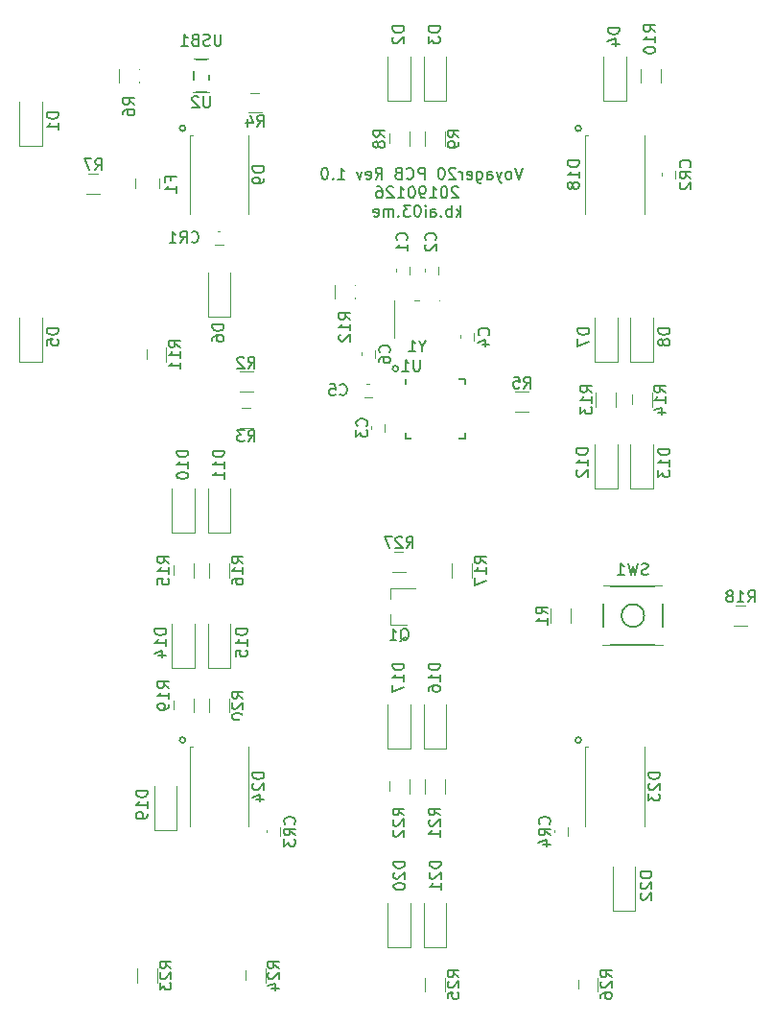
<source format=gbo>
%TF.GenerationSoftware,KiCad,Pcbnew,(5.0.0)*%
%TF.CreationDate,2019-01-26T19:51:48-08:00*%
%TF.ProjectId,Voyager20,566F796167657232302E6B696361645F,rev?*%
%TF.SameCoordinates,Original*%
%TF.FileFunction,Legend,Bot*%
%TF.FilePolarity,Positive*%
%FSLAX46Y46*%
G04 Gerber Fmt 4.6, Leading zero omitted, Abs format (unit mm)*
G04 Created by KiCad (PCBNEW (5.0.0)) date 01/26/19 19:51:48*
%MOMM*%
%LPD*%
G01*
G04 APERTURE LIST*
%ADD10C,0.150000*%
%ADD11C,0.200000*%
%ADD12C,0.120000*%
%ADD13R,1.150000X1.200000*%
%ADD14R,1.200000X1.150000*%
%ADD15R,1.600000X1.300000*%
%ADD16R,1.400000X2.000000*%
%ADD17R,2.430000X1.540000*%
%ADD18C,2.150000*%
%ADD19R,2.305000X2.305000*%
%ADD20C,2.305000*%
%ADD21C,2.650000*%
%ADD22C,4.387800*%
%ADD23C,2.650000*%
%ADD24R,1.700000X1.100000*%
%ADD25R,1.100000X1.700000*%
%ADD26R,2.200000X1.500000*%
%ADD27R,1.100000X1.000000*%
%ADD28R,1.100000X1.400000*%
%ADD29O,1.400000X2.000000*%
%ADD30O,1.400000X2.500000*%
%ADD31C,1.050000*%
%ADD32R,0.700000X1.850000*%
%ADD33R,1.000000X1.850000*%
%ADD34R,1.800000X1.600000*%
%ADD35C,3.448000*%
%ADD36R,2.125000X2.125000*%
%ADD37R,1.100000X0.650000*%
%ADD38R,0.650000X1.100000*%
%ADD39R,1.300000X1.200000*%
G04 APERTURE END LIST*
D10*
X85485714Y-47808630D02*
X85152380Y-48808630D01*
X84819047Y-47808630D01*
X84342857Y-48808630D02*
X84438095Y-48761011D01*
X84485714Y-48713392D01*
X84533333Y-48618154D01*
X84533333Y-48332440D01*
X84485714Y-48237202D01*
X84438095Y-48189583D01*
X84342857Y-48141964D01*
X84200000Y-48141964D01*
X84104761Y-48189583D01*
X84057142Y-48237202D01*
X84009523Y-48332440D01*
X84009523Y-48618154D01*
X84057142Y-48713392D01*
X84104761Y-48761011D01*
X84200000Y-48808630D01*
X84342857Y-48808630D01*
X83676190Y-48141964D02*
X83438095Y-48808630D01*
X83200000Y-48141964D02*
X83438095Y-48808630D01*
X83533333Y-49046726D01*
X83580952Y-49094345D01*
X83676190Y-49141964D01*
X82390476Y-48808630D02*
X82390476Y-48284821D01*
X82438095Y-48189583D01*
X82533333Y-48141964D01*
X82723809Y-48141964D01*
X82819047Y-48189583D01*
X82390476Y-48761011D02*
X82485714Y-48808630D01*
X82723809Y-48808630D01*
X82819047Y-48761011D01*
X82866666Y-48665773D01*
X82866666Y-48570535D01*
X82819047Y-48475297D01*
X82723809Y-48427678D01*
X82485714Y-48427678D01*
X82390476Y-48380059D01*
X81485714Y-48141964D02*
X81485714Y-48951488D01*
X81533333Y-49046726D01*
X81580952Y-49094345D01*
X81676190Y-49141964D01*
X81819047Y-49141964D01*
X81914285Y-49094345D01*
X81485714Y-48761011D02*
X81580952Y-48808630D01*
X81771428Y-48808630D01*
X81866666Y-48761011D01*
X81914285Y-48713392D01*
X81961904Y-48618154D01*
X81961904Y-48332440D01*
X81914285Y-48237202D01*
X81866666Y-48189583D01*
X81771428Y-48141964D01*
X81580952Y-48141964D01*
X81485714Y-48189583D01*
X80628571Y-48761011D02*
X80723809Y-48808630D01*
X80914285Y-48808630D01*
X81009523Y-48761011D01*
X81057142Y-48665773D01*
X81057142Y-48284821D01*
X81009523Y-48189583D01*
X80914285Y-48141964D01*
X80723809Y-48141964D01*
X80628571Y-48189583D01*
X80580952Y-48284821D01*
X80580952Y-48380059D01*
X81057142Y-48475297D01*
X80152380Y-48808630D02*
X80152380Y-48141964D01*
X80152380Y-48332440D02*
X80104761Y-48237202D01*
X80057142Y-48189583D01*
X79961904Y-48141964D01*
X79866666Y-48141964D01*
X79580952Y-47903869D02*
X79533333Y-47856250D01*
X79438095Y-47808630D01*
X79200000Y-47808630D01*
X79104761Y-47856250D01*
X79057142Y-47903869D01*
X79009523Y-47999107D01*
X79009523Y-48094345D01*
X79057142Y-48237202D01*
X79628571Y-48808630D01*
X79009523Y-48808630D01*
X78390476Y-47808630D02*
X78295238Y-47808630D01*
X78200000Y-47856250D01*
X78152380Y-47903869D01*
X78104761Y-47999107D01*
X78057142Y-48189583D01*
X78057142Y-48427678D01*
X78104761Y-48618154D01*
X78152380Y-48713392D01*
X78200000Y-48761011D01*
X78295238Y-48808630D01*
X78390476Y-48808630D01*
X78485714Y-48761011D01*
X78533333Y-48713392D01*
X78580952Y-48618154D01*
X78628571Y-48427678D01*
X78628571Y-48189583D01*
X78580952Y-47999107D01*
X78533333Y-47903869D01*
X78485714Y-47856250D01*
X78390476Y-47808630D01*
X76866666Y-48808630D02*
X76866666Y-47808630D01*
X76485714Y-47808630D01*
X76390476Y-47856250D01*
X76342857Y-47903869D01*
X76295238Y-47999107D01*
X76295238Y-48141964D01*
X76342857Y-48237202D01*
X76390476Y-48284821D01*
X76485714Y-48332440D01*
X76866666Y-48332440D01*
X75295238Y-48713392D02*
X75342857Y-48761011D01*
X75485714Y-48808630D01*
X75580952Y-48808630D01*
X75723809Y-48761011D01*
X75819047Y-48665773D01*
X75866666Y-48570535D01*
X75914285Y-48380059D01*
X75914285Y-48237202D01*
X75866666Y-48046726D01*
X75819047Y-47951488D01*
X75723809Y-47856250D01*
X75580952Y-47808630D01*
X75485714Y-47808630D01*
X75342857Y-47856250D01*
X75295238Y-47903869D01*
X74533333Y-48284821D02*
X74390476Y-48332440D01*
X74342857Y-48380059D01*
X74295238Y-48475297D01*
X74295238Y-48618154D01*
X74342857Y-48713392D01*
X74390476Y-48761011D01*
X74485714Y-48808630D01*
X74866666Y-48808630D01*
X74866666Y-47808630D01*
X74533333Y-47808630D01*
X74438095Y-47856250D01*
X74390476Y-47903869D01*
X74342857Y-47999107D01*
X74342857Y-48094345D01*
X74390476Y-48189583D01*
X74438095Y-48237202D01*
X74533333Y-48284821D01*
X74866666Y-48284821D01*
X72533333Y-48808630D02*
X72866666Y-48332440D01*
X73104761Y-48808630D02*
X73104761Y-47808630D01*
X72723809Y-47808630D01*
X72628571Y-47856250D01*
X72580952Y-47903869D01*
X72533333Y-47999107D01*
X72533333Y-48141964D01*
X72580952Y-48237202D01*
X72628571Y-48284821D01*
X72723809Y-48332440D01*
X73104761Y-48332440D01*
X71723809Y-48761011D02*
X71819047Y-48808630D01*
X72009523Y-48808630D01*
X72104761Y-48761011D01*
X72152380Y-48665773D01*
X72152380Y-48284821D01*
X72104761Y-48189583D01*
X72009523Y-48141964D01*
X71819047Y-48141964D01*
X71723809Y-48189583D01*
X71676190Y-48284821D01*
X71676190Y-48380059D01*
X72152380Y-48475297D01*
X71342857Y-48141964D02*
X71104761Y-48808630D01*
X70866666Y-48141964D01*
X69200000Y-48808630D02*
X69771428Y-48808630D01*
X69485714Y-48808630D02*
X69485714Y-47808630D01*
X69580952Y-47951488D01*
X69676190Y-48046726D01*
X69771428Y-48094345D01*
X68771428Y-48713392D02*
X68723809Y-48761011D01*
X68771428Y-48808630D01*
X68819047Y-48761011D01*
X68771428Y-48713392D01*
X68771428Y-48808630D01*
X68104761Y-47808630D02*
X68009523Y-47808630D01*
X67914285Y-47856250D01*
X67866666Y-47903869D01*
X67819047Y-47999107D01*
X67771428Y-48189583D01*
X67771428Y-48427678D01*
X67819047Y-48618154D01*
X67866666Y-48713392D01*
X67914285Y-48761011D01*
X68009523Y-48808630D01*
X68104761Y-48808630D01*
X68200000Y-48761011D01*
X68247619Y-48713392D01*
X68295238Y-48618154D01*
X68342857Y-48427678D01*
X68342857Y-48189583D01*
X68295238Y-47999107D01*
X68247619Y-47903869D01*
X68200000Y-47856250D01*
X68104761Y-47808630D01*
X79819047Y-49553869D02*
X79771428Y-49506250D01*
X79676190Y-49458630D01*
X79438095Y-49458630D01*
X79342857Y-49506250D01*
X79295238Y-49553869D01*
X79247619Y-49649107D01*
X79247619Y-49744345D01*
X79295238Y-49887202D01*
X79866666Y-50458630D01*
X79247619Y-50458630D01*
X78628571Y-49458630D02*
X78533333Y-49458630D01*
X78438095Y-49506250D01*
X78390476Y-49553869D01*
X78342857Y-49649107D01*
X78295238Y-49839583D01*
X78295238Y-50077678D01*
X78342857Y-50268154D01*
X78390476Y-50363392D01*
X78438095Y-50411011D01*
X78533333Y-50458630D01*
X78628571Y-50458630D01*
X78723809Y-50411011D01*
X78771428Y-50363392D01*
X78819047Y-50268154D01*
X78866666Y-50077678D01*
X78866666Y-49839583D01*
X78819047Y-49649107D01*
X78771428Y-49553869D01*
X78723809Y-49506250D01*
X78628571Y-49458630D01*
X77342857Y-50458630D02*
X77914285Y-50458630D01*
X77628571Y-50458630D02*
X77628571Y-49458630D01*
X77723809Y-49601488D01*
X77819047Y-49696726D01*
X77914285Y-49744345D01*
X76866666Y-50458630D02*
X76676190Y-50458630D01*
X76580952Y-50411011D01*
X76533333Y-50363392D01*
X76438095Y-50220535D01*
X76390476Y-50030059D01*
X76390476Y-49649107D01*
X76438095Y-49553869D01*
X76485714Y-49506250D01*
X76580952Y-49458630D01*
X76771428Y-49458630D01*
X76866666Y-49506250D01*
X76914285Y-49553869D01*
X76961904Y-49649107D01*
X76961904Y-49887202D01*
X76914285Y-49982440D01*
X76866666Y-50030059D01*
X76771428Y-50077678D01*
X76580952Y-50077678D01*
X76485714Y-50030059D01*
X76438095Y-49982440D01*
X76390476Y-49887202D01*
X75771428Y-49458630D02*
X75676190Y-49458630D01*
X75580952Y-49506250D01*
X75533333Y-49553869D01*
X75485714Y-49649107D01*
X75438095Y-49839583D01*
X75438095Y-50077678D01*
X75485714Y-50268154D01*
X75533333Y-50363392D01*
X75580952Y-50411011D01*
X75676190Y-50458630D01*
X75771428Y-50458630D01*
X75866666Y-50411011D01*
X75914285Y-50363392D01*
X75961904Y-50268154D01*
X76009523Y-50077678D01*
X76009523Y-49839583D01*
X75961904Y-49649107D01*
X75914285Y-49553869D01*
X75866666Y-49506250D01*
X75771428Y-49458630D01*
X74485714Y-50458630D02*
X75057142Y-50458630D01*
X74771428Y-50458630D02*
X74771428Y-49458630D01*
X74866666Y-49601488D01*
X74961904Y-49696726D01*
X75057142Y-49744345D01*
X74104761Y-49553869D02*
X74057142Y-49506250D01*
X73961904Y-49458630D01*
X73723809Y-49458630D01*
X73628571Y-49506250D01*
X73580952Y-49553869D01*
X73533333Y-49649107D01*
X73533333Y-49744345D01*
X73580952Y-49887202D01*
X74152380Y-50458630D01*
X73533333Y-50458630D01*
X72676190Y-49458630D02*
X72866666Y-49458630D01*
X72961904Y-49506250D01*
X73009523Y-49553869D01*
X73104761Y-49696726D01*
X73152380Y-49887202D01*
X73152380Y-50268154D01*
X73104761Y-50363392D01*
X73057142Y-50411011D01*
X72961904Y-50458630D01*
X72771428Y-50458630D01*
X72676190Y-50411011D01*
X72628571Y-50363392D01*
X72580952Y-50268154D01*
X72580952Y-50030059D01*
X72628571Y-49934821D01*
X72676190Y-49887202D01*
X72771428Y-49839583D01*
X72961904Y-49839583D01*
X73057142Y-49887202D01*
X73104761Y-49934821D01*
X73152380Y-50030059D01*
X80033333Y-52108630D02*
X80033333Y-51108630D01*
X79938095Y-51727678D02*
X79652380Y-52108630D01*
X79652380Y-51441964D02*
X80033333Y-51822916D01*
X79223809Y-52108630D02*
X79223809Y-51108630D01*
X79223809Y-51489583D02*
X79128571Y-51441964D01*
X78938095Y-51441964D01*
X78842857Y-51489583D01*
X78795238Y-51537202D01*
X78747619Y-51632440D01*
X78747619Y-51918154D01*
X78795238Y-52013392D01*
X78842857Y-52061011D01*
X78938095Y-52108630D01*
X79128571Y-52108630D01*
X79223809Y-52061011D01*
X78319047Y-52013392D02*
X78271428Y-52061011D01*
X78319047Y-52108630D01*
X78366666Y-52061011D01*
X78319047Y-52013392D01*
X78319047Y-52108630D01*
X77414285Y-52108630D02*
X77414285Y-51584821D01*
X77461904Y-51489583D01*
X77557142Y-51441964D01*
X77747619Y-51441964D01*
X77842857Y-51489583D01*
X77414285Y-52061011D02*
X77509523Y-52108630D01*
X77747619Y-52108630D01*
X77842857Y-52061011D01*
X77890476Y-51965773D01*
X77890476Y-51870535D01*
X77842857Y-51775297D01*
X77747619Y-51727678D01*
X77509523Y-51727678D01*
X77414285Y-51680059D01*
X76938095Y-52108630D02*
X76938095Y-51441964D01*
X76938095Y-51108630D02*
X76985714Y-51156250D01*
X76938095Y-51203869D01*
X76890476Y-51156250D01*
X76938095Y-51108630D01*
X76938095Y-51203869D01*
X76271428Y-51108630D02*
X76176190Y-51108630D01*
X76080952Y-51156250D01*
X76033333Y-51203869D01*
X75985714Y-51299107D01*
X75938095Y-51489583D01*
X75938095Y-51727678D01*
X75985714Y-51918154D01*
X76033333Y-52013392D01*
X76080952Y-52061011D01*
X76176190Y-52108630D01*
X76271428Y-52108630D01*
X76366666Y-52061011D01*
X76414285Y-52013392D01*
X76461904Y-51918154D01*
X76509523Y-51727678D01*
X76509523Y-51489583D01*
X76461904Y-51299107D01*
X76414285Y-51203869D01*
X76366666Y-51156250D01*
X76271428Y-51108630D01*
X75604761Y-51108630D02*
X74985714Y-51108630D01*
X75319047Y-51489583D01*
X75176190Y-51489583D01*
X75080952Y-51537202D01*
X75033333Y-51584821D01*
X74985714Y-51680059D01*
X74985714Y-51918154D01*
X75033333Y-52013392D01*
X75080952Y-52061011D01*
X75176190Y-52108630D01*
X75461904Y-52108630D01*
X75557142Y-52061011D01*
X75604761Y-52013392D01*
X74557142Y-52013392D02*
X74509523Y-52061011D01*
X74557142Y-52108630D01*
X74604761Y-52061011D01*
X74557142Y-52013392D01*
X74557142Y-52108630D01*
X74080952Y-52108630D02*
X74080952Y-51441964D01*
X74080952Y-51537202D02*
X74033333Y-51489583D01*
X73938095Y-51441964D01*
X73795238Y-51441964D01*
X73700000Y-51489583D01*
X73652380Y-51584821D01*
X73652380Y-52108630D01*
X73652380Y-51584821D02*
X73604761Y-51489583D01*
X73509523Y-51441964D01*
X73366666Y-51441964D01*
X73271428Y-51489583D01*
X73223809Y-51584821D01*
X73223809Y-52108630D01*
X72366666Y-52061011D02*
X72461904Y-52108630D01*
X72652380Y-52108630D01*
X72747619Y-52061011D01*
X72795238Y-51965773D01*
X72795238Y-51584821D01*
X72747619Y-51489583D01*
X72652380Y-51441964D01*
X72461904Y-51441964D01*
X72366666Y-51489583D01*
X72319047Y-51584821D01*
X72319047Y-51680059D01*
X72795238Y-51775297D01*
D11*
X55753000Y-98298000D02*
G75*
G03X55753000Y-98298000I-254000J0D01*
G01*
X90678000Y-98298000D02*
G75*
G03X90678000Y-98298000I-254000J0D01*
G01*
X90678000Y-44323000D02*
G75*
G03X90678000Y-44323000I-254000J0D01*
G01*
X55753000Y-44323000D02*
G75*
G03X55753000Y-44323000I-254000J0D01*
G01*
X74549000Y-65532000D02*
G75*
G03X74549000Y-65532000I-254000J0D01*
G01*
D12*
X75530000Y-57246000D02*
X75530000Y-56546000D01*
X74330000Y-56546000D02*
X74330000Y-57246000D01*
X76870000Y-56546000D02*
X76870000Y-57246000D01*
X78070000Y-57246000D02*
X78070000Y-56546000D01*
X73371000Y-71089000D02*
X73371000Y-70389000D01*
X72171000Y-70389000D02*
X72171000Y-71089000D01*
X81245000Y-63088000D02*
X81245000Y-62388000D01*
X80045000Y-62388000D02*
X80045000Y-63088000D01*
X71532000Y-68037000D02*
X72232000Y-68037000D01*
X72232000Y-66837000D02*
X71532000Y-66837000D01*
X71282000Y-63912000D02*
X71282000Y-64612000D01*
X72482000Y-64612000D02*
X72482000Y-63912000D01*
X58387500Y-54575000D02*
X59087500Y-54575000D01*
X59087500Y-53375000D02*
X58387500Y-53375000D01*
X99025000Y-48768750D02*
X99025000Y-48068750D01*
X97825000Y-48068750D02*
X97825000Y-48768750D01*
X64100000Y-106712500D02*
X64100000Y-106012500D01*
X62900000Y-106012500D02*
X62900000Y-106712500D01*
X88300000Y-106012500D02*
X88300000Y-106712500D01*
X89500000Y-106712500D02*
X89500000Y-106012500D01*
X43068750Y-45906250D02*
X43068750Y-42006250D01*
X41068750Y-45906250D02*
X41068750Y-42006250D01*
X43068750Y-45906250D02*
X41068750Y-45906250D01*
X75612500Y-41937500D02*
X73612500Y-41937500D01*
X73612500Y-41937500D02*
X73612500Y-38037500D01*
X75612500Y-41937500D02*
X75612500Y-38037500D01*
X78787500Y-41937500D02*
X78787500Y-38037500D01*
X76787500Y-41937500D02*
X76787500Y-38037500D01*
X78787500Y-41937500D02*
X76787500Y-41937500D01*
X94662500Y-41937500D02*
X92662500Y-41937500D01*
X92662500Y-41937500D02*
X92662500Y-38037500D01*
X94662500Y-41937500D02*
X94662500Y-38037500D01*
X43068750Y-64956250D02*
X41068750Y-64956250D01*
X41068750Y-64956250D02*
X41068750Y-61056250D01*
X43068750Y-64956250D02*
X43068750Y-61056250D01*
X59737500Y-60987500D02*
X59737500Y-57087500D01*
X57737500Y-60987500D02*
X57737500Y-57087500D01*
X59737500Y-60987500D02*
X57737500Y-60987500D01*
X93868750Y-64956250D02*
X91868750Y-64956250D01*
X91868750Y-64956250D02*
X91868750Y-61056250D01*
X93868750Y-64956250D02*
X93868750Y-61056250D01*
X97043750Y-64956250D02*
X97043750Y-61056250D01*
X95043750Y-64956250D02*
X95043750Y-61056250D01*
X97043750Y-64956250D02*
X95043750Y-64956250D01*
X56137500Y-44918750D02*
X57137500Y-44918750D01*
X56137500Y-51918750D02*
X56137500Y-44918750D01*
X61337500Y-51918750D02*
X61337500Y-44918750D01*
X56562500Y-80037500D02*
X54562500Y-80037500D01*
X54562500Y-80037500D02*
X54562500Y-76137500D01*
X56562500Y-80037500D02*
X56562500Y-76137500D01*
X59737500Y-80037500D02*
X59737500Y-76137500D01*
X57737500Y-80037500D02*
X57737500Y-76137500D01*
X59737500Y-80037500D02*
X57737500Y-80037500D01*
X93868750Y-76068750D02*
X93868750Y-72168750D01*
X91868750Y-76068750D02*
X91868750Y-72168750D01*
X93868750Y-76068750D02*
X91868750Y-76068750D01*
X97043750Y-76068750D02*
X95043750Y-76068750D01*
X95043750Y-76068750D02*
X95043750Y-72168750D01*
X97043750Y-76068750D02*
X97043750Y-72168750D01*
X56562500Y-91943750D02*
X54562500Y-91943750D01*
X54562500Y-91943750D02*
X54562500Y-88043750D01*
X56562500Y-91943750D02*
X56562500Y-88043750D01*
X59737500Y-91943750D02*
X59737500Y-88043750D01*
X57737500Y-91943750D02*
X57737500Y-88043750D01*
X59737500Y-91943750D02*
X57737500Y-91943750D01*
X78787500Y-99087500D02*
X78787500Y-95187500D01*
X76787500Y-99087500D02*
X76787500Y-95187500D01*
X78787500Y-99087500D02*
X76787500Y-99087500D01*
X75612500Y-99087500D02*
X73612500Y-99087500D01*
X73612500Y-99087500D02*
X73612500Y-95187500D01*
X75612500Y-99087500D02*
X75612500Y-95187500D01*
X96262500Y-51918750D02*
X96262500Y-44918750D01*
X91062500Y-51918750D02*
X91062500Y-44918750D01*
X91062500Y-44918750D02*
X92062500Y-44918750D01*
X54975000Y-106231250D02*
X54975000Y-102331250D01*
X52975000Y-106231250D02*
X52975000Y-102331250D01*
X54975000Y-106231250D02*
X52975000Y-106231250D01*
X75612500Y-116550000D02*
X73612500Y-116550000D01*
X73612500Y-116550000D02*
X73612500Y-112650000D01*
X75612500Y-116550000D02*
X75612500Y-112650000D01*
X78787500Y-116550000D02*
X78787500Y-112650000D01*
X76787500Y-116550000D02*
X76787500Y-112650000D01*
X78787500Y-116550000D02*
X76787500Y-116550000D01*
X95456250Y-113375000D02*
X93456250Y-113375000D01*
X93456250Y-113375000D02*
X93456250Y-109475000D01*
X95456250Y-113375000D02*
X95456250Y-109475000D01*
X91062500Y-98893750D02*
X92062500Y-98893750D01*
X91062500Y-105893750D02*
X91062500Y-98893750D01*
X96262500Y-105893750D02*
X96262500Y-98893750D01*
X61337500Y-105893750D02*
X61337500Y-98893750D01*
X56137500Y-105893750D02*
X56137500Y-98893750D01*
X56137500Y-98893750D02*
X57137500Y-98893750D01*
X53457500Y-50212500D02*
X53457500Y-48212500D01*
X51317500Y-48212500D02*
X51317500Y-50212500D01*
X89780000Y-87912500D02*
X89780000Y-86712500D01*
X88020000Y-86712500D02*
X88020000Y-87912500D01*
X61718750Y-65795000D02*
X60518750Y-65795000D01*
X60518750Y-67555000D02*
X61718750Y-67555000D01*
X61718750Y-68970000D02*
X60518750Y-68970000D01*
X60518750Y-70730000D02*
X61718750Y-70730000D01*
X62512500Y-41188750D02*
X61312500Y-41188750D01*
X61312500Y-42948750D02*
X62512500Y-42948750D01*
X84871000Y-69333000D02*
X86071000Y-69333000D01*
X86071000Y-67573000D02*
X84871000Y-67573000D01*
X49920000Y-39087500D02*
X49920000Y-40287500D01*
X51680000Y-40287500D02*
X51680000Y-39087500D01*
X48225000Y-48332500D02*
X47025000Y-48332500D01*
X47025000Y-50092500D02*
X48225000Y-50092500D01*
X73732500Y-44643750D02*
X73732500Y-45843750D01*
X75492500Y-45843750D02*
X75492500Y-44643750D01*
X78667500Y-45843750D02*
X78667500Y-44643750D01*
X76907500Y-44643750D02*
X76907500Y-45843750D01*
X95957500Y-39087500D02*
X95957500Y-40287500D01*
X97717500Y-40287500D02*
X97717500Y-39087500D01*
X52301250Y-63693750D02*
X52301250Y-64893750D01*
X54061250Y-64893750D02*
X54061250Y-63693750D01*
X68970000Y-58137500D02*
X68970000Y-59337500D01*
X70730000Y-59337500D02*
X70730000Y-58137500D01*
X91988750Y-67662500D02*
X91988750Y-68862500D01*
X93748750Y-68862500D02*
X93748750Y-67662500D01*
X96923750Y-68862500D02*
X96923750Y-67662500D01*
X95163750Y-67662500D02*
X95163750Y-68862500D01*
X56442500Y-83943750D02*
X56442500Y-82743750D01*
X54682500Y-82743750D02*
X54682500Y-83943750D01*
X57857500Y-82743750D02*
X57857500Y-83943750D01*
X59617500Y-83943750D02*
X59617500Y-82743750D01*
X81048750Y-83943750D02*
X81048750Y-82743750D01*
X79288750Y-82743750D02*
X79288750Y-83943750D01*
X104175000Y-88192500D02*
X105375000Y-88192500D01*
X105375000Y-86432500D02*
X104175000Y-86432500D01*
X56442500Y-95850000D02*
X56442500Y-94650000D01*
X54682500Y-94650000D02*
X54682500Y-95850000D01*
X59617500Y-95850000D02*
X59617500Y-94650000D01*
X57857500Y-94650000D02*
X57857500Y-95850000D01*
X78667500Y-102993750D02*
X78667500Y-101793750D01*
X76907500Y-101793750D02*
X76907500Y-102993750D01*
X75492500Y-102993750D02*
X75492500Y-101793750D01*
X73732500Y-101793750D02*
X73732500Y-102993750D01*
X51507500Y-118462500D02*
X51507500Y-119662500D01*
X53267500Y-119662500D02*
X53267500Y-118462500D01*
X62792500Y-119662500D02*
X62792500Y-118462500D01*
X61032500Y-118462500D02*
X61032500Y-119662500D01*
X76907500Y-119256250D02*
X76907500Y-120456250D01*
X78667500Y-120456250D02*
X78667500Y-119256250D01*
X92161250Y-120456250D02*
X92161250Y-119256250D01*
X90401250Y-119256250D02*
X90401250Y-120456250D01*
D10*
X96250000Y-87312500D02*
G75*
G03X96250000Y-87312500I-1000000J0D01*
G01*
X92650000Y-84712500D02*
X92650000Y-89912500D01*
X97850000Y-84712500D02*
X92650000Y-84712500D01*
X97850000Y-89912500D02*
X97850000Y-84712500D01*
X92650000Y-89912500D02*
X97850000Y-89912500D01*
X57800000Y-41137500D02*
X56500000Y-41137500D01*
X57800000Y-38237500D02*
X57800000Y-41137500D01*
X56500000Y-38237500D02*
X57800000Y-38237500D01*
X56500000Y-38237500D02*
X56500000Y-41137500D01*
D12*
X74200000Y-59468750D02*
X78200000Y-59468750D01*
X74200000Y-62768750D02*
X74200000Y-59468750D01*
D10*
X75162500Y-71681250D02*
X75162500Y-71156250D01*
X80412500Y-71681250D02*
X80412500Y-71156250D01*
X80412500Y-66431250D02*
X80412500Y-66956250D01*
X75162500Y-66431250D02*
X75162500Y-66956250D01*
X80412500Y-71681250D02*
X79887500Y-71681250D01*
X80412500Y-66431250D02*
X79887500Y-66431250D01*
X75162500Y-71681250D02*
X75687500Y-71681250D01*
D12*
X73852500Y-88098750D02*
X75312500Y-88098750D01*
X73852500Y-84938750D02*
X76012500Y-84938750D01*
X73852500Y-84938750D02*
X73852500Y-85868750D01*
X73852500Y-88098750D02*
X73852500Y-87168750D01*
X75212500Y-81670000D02*
X74012500Y-81670000D01*
X74012500Y-83430000D02*
X75212500Y-83430000D01*
D10*
X75263142Y-54189333D02*
X75310761Y-54141714D01*
X75358380Y-53998857D01*
X75358380Y-53903619D01*
X75310761Y-53760761D01*
X75215523Y-53665523D01*
X75120285Y-53617904D01*
X74929809Y-53570285D01*
X74786952Y-53570285D01*
X74596476Y-53617904D01*
X74501238Y-53665523D01*
X74406000Y-53760761D01*
X74358380Y-53903619D01*
X74358380Y-53998857D01*
X74406000Y-54141714D01*
X74453619Y-54189333D01*
X75358380Y-55141714D02*
X75358380Y-54570285D01*
X75358380Y-54856000D02*
X74358380Y-54856000D01*
X74501238Y-54760761D01*
X74596476Y-54665523D01*
X74644095Y-54570285D01*
X77803142Y-54189333D02*
X77850761Y-54141714D01*
X77898380Y-53998857D01*
X77898380Y-53903619D01*
X77850761Y-53760761D01*
X77755523Y-53665523D01*
X77660285Y-53617904D01*
X77469809Y-53570285D01*
X77326952Y-53570285D01*
X77136476Y-53617904D01*
X77041238Y-53665523D01*
X76946000Y-53760761D01*
X76898380Y-53903619D01*
X76898380Y-53998857D01*
X76946000Y-54141714D01*
X76993619Y-54189333D01*
X76993619Y-54570285D02*
X76946000Y-54617904D01*
X76898380Y-54713142D01*
X76898380Y-54951238D01*
X76946000Y-55046476D01*
X76993619Y-55094095D01*
X77088857Y-55141714D01*
X77184095Y-55141714D01*
X77326952Y-55094095D01*
X77898380Y-54522666D01*
X77898380Y-55141714D01*
X71731142Y-70572333D02*
X71778761Y-70524714D01*
X71826380Y-70381857D01*
X71826380Y-70286619D01*
X71778761Y-70143761D01*
X71683523Y-70048523D01*
X71588285Y-70000904D01*
X71397809Y-69953285D01*
X71254952Y-69953285D01*
X71064476Y-70000904D01*
X70969238Y-70048523D01*
X70874000Y-70143761D01*
X70826380Y-70286619D01*
X70826380Y-70381857D01*
X70874000Y-70524714D01*
X70921619Y-70572333D01*
X70826380Y-70905666D02*
X70826380Y-71524714D01*
X71207333Y-71191380D01*
X71207333Y-71334238D01*
X71254952Y-71429476D01*
X71302571Y-71477095D01*
X71397809Y-71524714D01*
X71635904Y-71524714D01*
X71731142Y-71477095D01*
X71778761Y-71429476D01*
X71826380Y-71334238D01*
X71826380Y-71048523D01*
X71778761Y-70953285D01*
X71731142Y-70905666D01*
X82502142Y-62571333D02*
X82549761Y-62523714D01*
X82597380Y-62380857D01*
X82597380Y-62285619D01*
X82549761Y-62142761D01*
X82454523Y-62047523D01*
X82359285Y-61999904D01*
X82168809Y-61952285D01*
X82025952Y-61952285D01*
X81835476Y-61999904D01*
X81740238Y-62047523D01*
X81645000Y-62142761D01*
X81597380Y-62285619D01*
X81597380Y-62380857D01*
X81645000Y-62523714D01*
X81692619Y-62571333D01*
X81930714Y-63428476D02*
X82597380Y-63428476D01*
X81549761Y-63190380D02*
X82264047Y-62952285D01*
X82264047Y-63571333D01*
X69381666Y-67794142D02*
X69429285Y-67841761D01*
X69572142Y-67889380D01*
X69667380Y-67889380D01*
X69810238Y-67841761D01*
X69905476Y-67746523D01*
X69953095Y-67651285D01*
X70000714Y-67460809D01*
X70000714Y-67317952D01*
X69953095Y-67127476D01*
X69905476Y-67032238D01*
X69810238Y-66937000D01*
X69667380Y-66889380D01*
X69572142Y-66889380D01*
X69429285Y-66937000D01*
X69381666Y-66984619D01*
X68476904Y-66889380D02*
X68953095Y-66889380D01*
X69000714Y-67365571D01*
X68953095Y-67317952D01*
X68857857Y-67270333D01*
X68619761Y-67270333D01*
X68524523Y-67317952D01*
X68476904Y-67365571D01*
X68429285Y-67460809D01*
X68429285Y-67698904D01*
X68476904Y-67794142D01*
X68524523Y-67841761D01*
X68619761Y-67889380D01*
X68857857Y-67889380D01*
X68953095Y-67841761D01*
X69000714Y-67794142D01*
X73739142Y-64095333D02*
X73786761Y-64047714D01*
X73834380Y-63904857D01*
X73834380Y-63809619D01*
X73786761Y-63666761D01*
X73691523Y-63571523D01*
X73596285Y-63523904D01*
X73405809Y-63476285D01*
X73262952Y-63476285D01*
X73072476Y-63523904D01*
X72977238Y-63571523D01*
X72882000Y-63666761D01*
X72834380Y-63809619D01*
X72834380Y-63904857D01*
X72882000Y-64047714D01*
X72929619Y-64095333D01*
X72834380Y-64952476D02*
X72834380Y-64762000D01*
X72882000Y-64666761D01*
X72929619Y-64619142D01*
X73072476Y-64523904D01*
X73262952Y-64476285D01*
X73643904Y-64476285D01*
X73739142Y-64523904D01*
X73786761Y-64571523D01*
X73834380Y-64666761D01*
X73834380Y-64857238D01*
X73786761Y-64952476D01*
X73739142Y-65000095D01*
X73643904Y-65047714D01*
X73405809Y-65047714D01*
X73310571Y-65000095D01*
X73262952Y-64952476D01*
X73215333Y-64857238D01*
X73215333Y-64666761D01*
X73262952Y-64571523D01*
X73310571Y-64523904D01*
X73405809Y-64476285D01*
X56292666Y-54332142D02*
X56340285Y-54379761D01*
X56483142Y-54427380D01*
X56578380Y-54427380D01*
X56721238Y-54379761D01*
X56816476Y-54284523D01*
X56864095Y-54189285D01*
X56911714Y-53998809D01*
X56911714Y-53855952D01*
X56864095Y-53665476D01*
X56816476Y-53570238D01*
X56721238Y-53475000D01*
X56578380Y-53427380D01*
X56483142Y-53427380D01*
X56340285Y-53475000D01*
X56292666Y-53522619D01*
X55292666Y-54427380D02*
X55626000Y-53951190D01*
X55864095Y-54427380D02*
X55864095Y-53427380D01*
X55483142Y-53427380D01*
X55387904Y-53475000D01*
X55340285Y-53522619D01*
X55292666Y-53617857D01*
X55292666Y-53760714D01*
X55340285Y-53855952D01*
X55387904Y-53903571D01*
X55483142Y-53951190D01*
X55864095Y-53951190D01*
X54340285Y-54427380D02*
X54911714Y-54427380D01*
X54626000Y-54427380D02*
X54626000Y-53427380D01*
X54721238Y-53570238D01*
X54816476Y-53665476D01*
X54911714Y-53713095D01*
X100282142Y-47752083D02*
X100329761Y-47704464D01*
X100377380Y-47561607D01*
X100377380Y-47466369D01*
X100329761Y-47323511D01*
X100234523Y-47228273D01*
X100139285Y-47180654D01*
X99948809Y-47133035D01*
X99805952Y-47133035D01*
X99615476Y-47180654D01*
X99520238Y-47228273D01*
X99425000Y-47323511D01*
X99377380Y-47466369D01*
X99377380Y-47561607D01*
X99425000Y-47704464D01*
X99472619Y-47752083D01*
X100377380Y-48752083D02*
X99901190Y-48418750D01*
X100377380Y-48180654D02*
X99377380Y-48180654D01*
X99377380Y-48561607D01*
X99425000Y-48656845D01*
X99472619Y-48704464D01*
X99567857Y-48752083D01*
X99710714Y-48752083D01*
X99805952Y-48704464D01*
X99853571Y-48656845D01*
X99901190Y-48561607D01*
X99901190Y-48180654D01*
X99472619Y-49133035D02*
X99425000Y-49180654D01*
X99377380Y-49275892D01*
X99377380Y-49513988D01*
X99425000Y-49609226D01*
X99472619Y-49656845D01*
X99567857Y-49704464D01*
X99663095Y-49704464D01*
X99805952Y-49656845D01*
X100377380Y-49085416D01*
X100377380Y-49704464D01*
X65357142Y-105695833D02*
X65404761Y-105648214D01*
X65452380Y-105505357D01*
X65452380Y-105410119D01*
X65404761Y-105267261D01*
X65309523Y-105172023D01*
X65214285Y-105124404D01*
X65023809Y-105076785D01*
X64880952Y-105076785D01*
X64690476Y-105124404D01*
X64595238Y-105172023D01*
X64500000Y-105267261D01*
X64452380Y-105410119D01*
X64452380Y-105505357D01*
X64500000Y-105648214D01*
X64547619Y-105695833D01*
X65452380Y-106695833D02*
X64976190Y-106362500D01*
X65452380Y-106124404D02*
X64452380Y-106124404D01*
X64452380Y-106505357D01*
X64500000Y-106600595D01*
X64547619Y-106648214D01*
X64642857Y-106695833D01*
X64785714Y-106695833D01*
X64880952Y-106648214D01*
X64928571Y-106600595D01*
X64976190Y-106505357D01*
X64976190Y-106124404D01*
X64452380Y-107029166D02*
X64452380Y-107648214D01*
X64833333Y-107314880D01*
X64833333Y-107457738D01*
X64880952Y-107552976D01*
X64928571Y-107600595D01*
X65023809Y-107648214D01*
X65261904Y-107648214D01*
X65357142Y-107600595D01*
X65404761Y-107552976D01*
X65452380Y-107457738D01*
X65452380Y-107172023D01*
X65404761Y-107076785D01*
X65357142Y-107029166D01*
X87860142Y-105695833D02*
X87907761Y-105648214D01*
X87955380Y-105505357D01*
X87955380Y-105410119D01*
X87907761Y-105267261D01*
X87812523Y-105172023D01*
X87717285Y-105124404D01*
X87526809Y-105076785D01*
X87383952Y-105076785D01*
X87193476Y-105124404D01*
X87098238Y-105172023D01*
X87003000Y-105267261D01*
X86955380Y-105410119D01*
X86955380Y-105505357D01*
X87003000Y-105648214D01*
X87050619Y-105695833D01*
X87955380Y-106695833D02*
X87479190Y-106362500D01*
X87955380Y-106124404D02*
X86955380Y-106124404D01*
X86955380Y-106505357D01*
X87003000Y-106600595D01*
X87050619Y-106648214D01*
X87145857Y-106695833D01*
X87288714Y-106695833D01*
X87383952Y-106648214D01*
X87431571Y-106600595D01*
X87479190Y-106505357D01*
X87479190Y-106124404D01*
X87288714Y-107552976D02*
X87955380Y-107552976D01*
X86907761Y-107314880D02*
X87622047Y-107076785D01*
X87622047Y-107695833D01*
X44521130Y-42918154D02*
X43521130Y-42918154D01*
X43521130Y-43156250D01*
X43568750Y-43299107D01*
X43663988Y-43394345D01*
X43759226Y-43441964D01*
X43949702Y-43489583D01*
X44092559Y-43489583D01*
X44283035Y-43441964D01*
X44378273Y-43394345D01*
X44473511Y-43299107D01*
X44521130Y-43156250D01*
X44521130Y-42918154D01*
X44521130Y-44441964D02*
X44521130Y-43870535D01*
X44521130Y-44156250D02*
X43521130Y-44156250D01*
X43663988Y-44061011D01*
X43759226Y-43965773D01*
X43806845Y-43870535D01*
X75032880Y-35329904D02*
X74032880Y-35329904D01*
X74032880Y-35568000D01*
X74080500Y-35710857D01*
X74175738Y-35806095D01*
X74270976Y-35853714D01*
X74461452Y-35901333D01*
X74604309Y-35901333D01*
X74794785Y-35853714D01*
X74890023Y-35806095D01*
X74985261Y-35710857D01*
X75032880Y-35568000D01*
X75032880Y-35329904D01*
X74128119Y-36282285D02*
X74080500Y-36329904D01*
X74032880Y-36425142D01*
X74032880Y-36663238D01*
X74080500Y-36758476D01*
X74128119Y-36806095D01*
X74223357Y-36853714D01*
X74318595Y-36853714D01*
X74461452Y-36806095D01*
X75032880Y-36234666D01*
X75032880Y-36853714D01*
X78207880Y-35329904D02*
X77207880Y-35329904D01*
X77207880Y-35568000D01*
X77255500Y-35710857D01*
X77350738Y-35806095D01*
X77445976Y-35853714D01*
X77636452Y-35901333D01*
X77779309Y-35901333D01*
X77969785Y-35853714D01*
X78065023Y-35806095D01*
X78160261Y-35710857D01*
X78207880Y-35568000D01*
X78207880Y-35329904D01*
X77207880Y-36234666D02*
X77207880Y-36853714D01*
X77588833Y-36520380D01*
X77588833Y-36663238D01*
X77636452Y-36758476D01*
X77684071Y-36806095D01*
X77779309Y-36853714D01*
X78017404Y-36853714D01*
X78112642Y-36806095D01*
X78160261Y-36758476D01*
X78207880Y-36663238D01*
X78207880Y-36377523D01*
X78160261Y-36282285D01*
X78112642Y-36234666D01*
X94051380Y-35456904D02*
X93051380Y-35456904D01*
X93051380Y-35695000D01*
X93099000Y-35837857D01*
X93194238Y-35933095D01*
X93289476Y-35980714D01*
X93479952Y-36028333D01*
X93622809Y-36028333D01*
X93813285Y-35980714D01*
X93908523Y-35933095D01*
X94003761Y-35837857D01*
X94051380Y-35695000D01*
X94051380Y-35456904D01*
X93384714Y-36885476D02*
X94051380Y-36885476D01*
X93003761Y-36647380D02*
X93718047Y-36409285D01*
X93718047Y-37028333D01*
X44521130Y-61968154D02*
X43521130Y-61968154D01*
X43521130Y-62206250D01*
X43568750Y-62349107D01*
X43663988Y-62444345D01*
X43759226Y-62491964D01*
X43949702Y-62539583D01*
X44092559Y-62539583D01*
X44283035Y-62491964D01*
X44378273Y-62444345D01*
X44473511Y-62349107D01*
X44521130Y-62206250D01*
X44521130Y-61968154D01*
X43521130Y-63444345D02*
X43521130Y-62968154D01*
X43997321Y-62920535D01*
X43949702Y-62968154D01*
X43902083Y-63063392D01*
X43902083Y-63301488D01*
X43949702Y-63396726D01*
X43997321Y-63444345D01*
X44092559Y-63491964D01*
X44330654Y-63491964D01*
X44425892Y-63444345D01*
X44473511Y-63396726D01*
X44521130Y-63301488D01*
X44521130Y-63063392D01*
X44473511Y-62968154D01*
X44425892Y-62920535D01*
X59126380Y-61618904D02*
X58126380Y-61618904D01*
X58126380Y-61857000D01*
X58174000Y-61999857D01*
X58269238Y-62095095D01*
X58364476Y-62142714D01*
X58554952Y-62190333D01*
X58697809Y-62190333D01*
X58888285Y-62142714D01*
X58983523Y-62095095D01*
X59078761Y-61999857D01*
X59126380Y-61857000D01*
X59126380Y-61618904D01*
X58126380Y-63047476D02*
X58126380Y-62857000D01*
X58174000Y-62761761D01*
X58221619Y-62714142D01*
X58364476Y-62618904D01*
X58554952Y-62571285D01*
X58935904Y-62571285D01*
X59031142Y-62618904D01*
X59078761Y-62666523D01*
X59126380Y-62761761D01*
X59126380Y-62952238D01*
X59078761Y-63047476D01*
X59031142Y-63095095D01*
X58935904Y-63142714D01*
X58697809Y-63142714D01*
X58602571Y-63095095D01*
X58554952Y-63047476D01*
X58507333Y-62952238D01*
X58507333Y-62761761D01*
X58554952Y-62666523D01*
X58602571Y-62618904D01*
X58697809Y-62571285D01*
X91384380Y-61968154D02*
X90384380Y-61968154D01*
X90384380Y-62206250D01*
X90432000Y-62349107D01*
X90527238Y-62444345D01*
X90622476Y-62491964D01*
X90812952Y-62539583D01*
X90955809Y-62539583D01*
X91146285Y-62491964D01*
X91241523Y-62444345D01*
X91336761Y-62349107D01*
X91384380Y-62206250D01*
X91384380Y-61968154D01*
X90384380Y-62872916D02*
X90384380Y-63539583D01*
X91384380Y-63111011D01*
X98496130Y-61968154D02*
X97496130Y-61968154D01*
X97496130Y-62206250D01*
X97543750Y-62349107D01*
X97638988Y-62444345D01*
X97734226Y-62491964D01*
X97924702Y-62539583D01*
X98067559Y-62539583D01*
X98258035Y-62491964D01*
X98353273Y-62444345D01*
X98448511Y-62349107D01*
X98496130Y-62206250D01*
X98496130Y-61968154D01*
X97924702Y-63111011D02*
X97877083Y-63015773D01*
X97829464Y-62968154D01*
X97734226Y-62920535D01*
X97686607Y-62920535D01*
X97591369Y-62968154D01*
X97543750Y-63015773D01*
X97496130Y-63111011D01*
X97496130Y-63301488D01*
X97543750Y-63396726D01*
X97591369Y-63444345D01*
X97686607Y-63491964D01*
X97734226Y-63491964D01*
X97829464Y-63444345D01*
X97877083Y-63396726D01*
X97924702Y-63301488D01*
X97924702Y-63111011D01*
X97972321Y-63015773D01*
X98019940Y-62968154D01*
X98115178Y-62920535D01*
X98305654Y-62920535D01*
X98400892Y-62968154D01*
X98448511Y-63015773D01*
X98496130Y-63111011D01*
X98496130Y-63301488D01*
X98448511Y-63396726D01*
X98400892Y-63444345D01*
X98305654Y-63491964D01*
X98115178Y-63491964D01*
X98019940Y-63444345D01*
X97972321Y-63396726D01*
X97924702Y-63301488D01*
X62689880Y-47680654D02*
X61689880Y-47680654D01*
X61689880Y-47918750D01*
X61737500Y-48061607D01*
X61832738Y-48156845D01*
X61927976Y-48204464D01*
X62118452Y-48252083D01*
X62261309Y-48252083D01*
X62451785Y-48204464D01*
X62547023Y-48156845D01*
X62642261Y-48061607D01*
X62689880Y-47918750D01*
X62689880Y-47680654D01*
X62689880Y-48728273D02*
X62689880Y-48918750D01*
X62642261Y-49013988D01*
X62594642Y-49061607D01*
X62451785Y-49156845D01*
X62261309Y-49204464D01*
X61880357Y-49204464D01*
X61785119Y-49156845D01*
X61737500Y-49109226D01*
X61689880Y-49013988D01*
X61689880Y-48823511D01*
X61737500Y-48728273D01*
X61785119Y-48680654D01*
X61880357Y-48633035D01*
X62118452Y-48633035D01*
X62213690Y-48680654D01*
X62261309Y-48728273D01*
X62308928Y-48823511D01*
X62308928Y-49013988D01*
X62261309Y-49109226D01*
X62213690Y-49156845D01*
X62118452Y-49204464D01*
X55982880Y-72763214D02*
X54982880Y-72763214D01*
X54982880Y-73001309D01*
X55030500Y-73144166D01*
X55125738Y-73239404D01*
X55220976Y-73287023D01*
X55411452Y-73334642D01*
X55554309Y-73334642D01*
X55744785Y-73287023D01*
X55840023Y-73239404D01*
X55935261Y-73144166D01*
X55982880Y-73001309D01*
X55982880Y-72763214D01*
X55982880Y-74287023D02*
X55982880Y-73715595D01*
X55982880Y-74001309D02*
X54982880Y-74001309D01*
X55125738Y-73906071D01*
X55220976Y-73810833D01*
X55268595Y-73715595D01*
X54982880Y-74906071D02*
X54982880Y-75001309D01*
X55030500Y-75096547D01*
X55078119Y-75144166D01*
X55173357Y-75191785D01*
X55363833Y-75239404D01*
X55601928Y-75239404D01*
X55792404Y-75191785D01*
X55887642Y-75144166D01*
X55935261Y-75096547D01*
X55982880Y-75001309D01*
X55982880Y-74906071D01*
X55935261Y-74810833D01*
X55887642Y-74763214D01*
X55792404Y-74715595D01*
X55601928Y-74667976D01*
X55363833Y-74667976D01*
X55173357Y-74715595D01*
X55078119Y-74763214D01*
X55030500Y-74810833D01*
X54982880Y-74906071D01*
X59157880Y-72763214D02*
X58157880Y-72763214D01*
X58157880Y-73001309D01*
X58205500Y-73144166D01*
X58300738Y-73239404D01*
X58395976Y-73287023D01*
X58586452Y-73334642D01*
X58729309Y-73334642D01*
X58919785Y-73287023D01*
X59015023Y-73239404D01*
X59110261Y-73144166D01*
X59157880Y-73001309D01*
X59157880Y-72763214D01*
X59157880Y-74287023D02*
X59157880Y-73715595D01*
X59157880Y-74001309D02*
X58157880Y-74001309D01*
X58300738Y-73906071D01*
X58395976Y-73810833D01*
X58443595Y-73715595D01*
X59157880Y-75239404D02*
X59157880Y-74667976D01*
X59157880Y-74953690D02*
X58157880Y-74953690D01*
X58300738Y-74858452D01*
X58395976Y-74763214D01*
X58443595Y-74667976D01*
X91257380Y-72572714D02*
X90257380Y-72572714D01*
X90257380Y-72810809D01*
X90305000Y-72953666D01*
X90400238Y-73048904D01*
X90495476Y-73096523D01*
X90685952Y-73144142D01*
X90828809Y-73144142D01*
X91019285Y-73096523D01*
X91114523Y-73048904D01*
X91209761Y-72953666D01*
X91257380Y-72810809D01*
X91257380Y-72572714D01*
X91257380Y-74096523D02*
X91257380Y-73525095D01*
X91257380Y-73810809D02*
X90257380Y-73810809D01*
X90400238Y-73715571D01*
X90495476Y-73620333D01*
X90543095Y-73525095D01*
X90352619Y-74477476D02*
X90305000Y-74525095D01*
X90257380Y-74620333D01*
X90257380Y-74858428D01*
X90305000Y-74953666D01*
X90352619Y-75001285D01*
X90447857Y-75048904D01*
X90543095Y-75048904D01*
X90685952Y-75001285D01*
X91257380Y-74429857D01*
X91257380Y-75048904D01*
X98496130Y-72604464D02*
X97496130Y-72604464D01*
X97496130Y-72842559D01*
X97543750Y-72985416D01*
X97638988Y-73080654D01*
X97734226Y-73128273D01*
X97924702Y-73175892D01*
X98067559Y-73175892D01*
X98258035Y-73128273D01*
X98353273Y-73080654D01*
X98448511Y-72985416D01*
X98496130Y-72842559D01*
X98496130Y-72604464D01*
X98496130Y-74128273D02*
X98496130Y-73556845D01*
X98496130Y-73842559D02*
X97496130Y-73842559D01*
X97638988Y-73747321D01*
X97734226Y-73652083D01*
X97781845Y-73556845D01*
X97496130Y-74461607D02*
X97496130Y-75080654D01*
X97877083Y-74747321D01*
X97877083Y-74890178D01*
X97924702Y-74985416D01*
X97972321Y-75033035D01*
X98067559Y-75080654D01*
X98305654Y-75080654D01*
X98400892Y-75033035D01*
X98448511Y-74985416D01*
X98496130Y-74890178D01*
X98496130Y-74604464D01*
X98448511Y-74509226D01*
X98400892Y-74461607D01*
X54046380Y-88479464D02*
X53046380Y-88479464D01*
X53046380Y-88717559D01*
X53094000Y-88860416D01*
X53189238Y-88955654D01*
X53284476Y-89003273D01*
X53474952Y-89050892D01*
X53617809Y-89050892D01*
X53808285Y-89003273D01*
X53903523Y-88955654D01*
X53998761Y-88860416D01*
X54046380Y-88717559D01*
X54046380Y-88479464D01*
X54046380Y-90003273D02*
X54046380Y-89431845D01*
X54046380Y-89717559D02*
X53046380Y-89717559D01*
X53189238Y-89622321D01*
X53284476Y-89527083D01*
X53332095Y-89431845D01*
X53379714Y-90860416D02*
X54046380Y-90860416D01*
X52998761Y-90622321D02*
X53713047Y-90384226D01*
X53713047Y-91003273D01*
X61189880Y-88479464D02*
X60189880Y-88479464D01*
X60189880Y-88717559D01*
X60237500Y-88860416D01*
X60332738Y-88955654D01*
X60427976Y-89003273D01*
X60618452Y-89050892D01*
X60761309Y-89050892D01*
X60951785Y-89003273D01*
X61047023Y-88955654D01*
X61142261Y-88860416D01*
X61189880Y-88717559D01*
X61189880Y-88479464D01*
X61189880Y-90003273D02*
X61189880Y-89431845D01*
X61189880Y-89717559D02*
X60189880Y-89717559D01*
X60332738Y-89622321D01*
X60427976Y-89527083D01*
X60475595Y-89431845D01*
X60189880Y-90908035D02*
X60189880Y-90431845D01*
X60666071Y-90384226D01*
X60618452Y-90431845D01*
X60570833Y-90527083D01*
X60570833Y-90765178D01*
X60618452Y-90860416D01*
X60666071Y-90908035D01*
X60761309Y-90955654D01*
X60999404Y-90955654D01*
X61094642Y-90908035D01*
X61142261Y-90860416D01*
X61189880Y-90765178D01*
X61189880Y-90527083D01*
X61142261Y-90431845D01*
X61094642Y-90384226D01*
X78207880Y-91559214D02*
X77207880Y-91559214D01*
X77207880Y-91797309D01*
X77255500Y-91940166D01*
X77350738Y-92035404D01*
X77445976Y-92083023D01*
X77636452Y-92130642D01*
X77779309Y-92130642D01*
X77969785Y-92083023D01*
X78065023Y-92035404D01*
X78160261Y-91940166D01*
X78207880Y-91797309D01*
X78207880Y-91559214D01*
X78207880Y-93083023D02*
X78207880Y-92511595D01*
X78207880Y-92797309D02*
X77207880Y-92797309D01*
X77350738Y-92702071D01*
X77445976Y-92606833D01*
X77493595Y-92511595D01*
X77207880Y-93940166D02*
X77207880Y-93749690D01*
X77255500Y-93654452D01*
X77303119Y-93606833D01*
X77445976Y-93511595D01*
X77636452Y-93463976D01*
X78017404Y-93463976D01*
X78112642Y-93511595D01*
X78160261Y-93559214D01*
X78207880Y-93654452D01*
X78207880Y-93844928D01*
X78160261Y-93940166D01*
X78112642Y-93987785D01*
X78017404Y-94035404D01*
X77779309Y-94035404D01*
X77684071Y-93987785D01*
X77636452Y-93940166D01*
X77588833Y-93844928D01*
X77588833Y-93654452D01*
X77636452Y-93559214D01*
X77684071Y-93511595D01*
X77779309Y-93463976D01*
X75032880Y-91559214D02*
X74032880Y-91559214D01*
X74032880Y-91797309D01*
X74080500Y-91940166D01*
X74175738Y-92035404D01*
X74270976Y-92083023D01*
X74461452Y-92130642D01*
X74604309Y-92130642D01*
X74794785Y-92083023D01*
X74890023Y-92035404D01*
X74985261Y-91940166D01*
X75032880Y-91797309D01*
X75032880Y-91559214D01*
X75032880Y-93083023D02*
X75032880Y-92511595D01*
X75032880Y-92797309D02*
X74032880Y-92797309D01*
X74175738Y-92702071D01*
X74270976Y-92606833D01*
X74318595Y-92511595D01*
X74032880Y-93416357D02*
X74032880Y-94083023D01*
X75032880Y-93654452D01*
X90495380Y-47172714D02*
X89495380Y-47172714D01*
X89495380Y-47410809D01*
X89543000Y-47553666D01*
X89638238Y-47648904D01*
X89733476Y-47696523D01*
X89923952Y-47744142D01*
X90066809Y-47744142D01*
X90257285Y-47696523D01*
X90352523Y-47648904D01*
X90447761Y-47553666D01*
X90495380Y-47410809D01*
X90495380Y-47172714D01*
X90495380Y-48696523D02*
X90495380Y-48125095D01*
X90495380Y-48410809D02*
X89495380Y-48410809D01*
X89638238Y-48315571D01*
X89733476Y-48220333D01*
X89781095Y-48125095D01*
X89923952Y-49267952D02*
X89876333Y-49172714D01*
X89828714Y-49125095D01*
X89733476Y-49077476D01*
X89685857Y-49077476D01*
X89590619Y-49125095D01*
X89543000Y-49172714D01*
X89495380Y-49267952D01*
X89495380Y-49458428D01*
X89543000Y-49553666D01*
X89590619Y-49601285D01*
X89685857Y-49648904D01*
X89733476Y-49648904D01*
X89828714Y-49601285D01*
X89876333Y-49553666D01*
X89923952Y-49458428D01*
X89923952Y-49267952D01*
X89971571Y-49172714D01*
X90019190Y-49125095D01*
X90114428Y-49077476D01*
X90304904Y-49077476D01*
X90400142Y-49125095D01*
X90447761Y-49172714D01*
X90495380Y-49267952D01*
X90495380Y-49458428D01*
X90447761Y-49553666D01*
X90400142Y-49601285D01*
X90304904Y-49648904D01*
X90114428Y-49648904D01*
X90019190Y-49601285D01*
X89971571Y-49553666D01*
X89923952Y-49458428D01*
X52395380Y-102766964D02*
X51395380Y-102766964D01*
X51395380Y-103005059D01*
X51443000Y-103147916D01*
X51538238Y-103243154D01*
X51633476Y-103290773D01*
X51823952Y-103338392D01*
X51966809Y-103338392D01*
X52157285Y-103290773D01*
X52252523Y-103243154D01*
X52347761Y-103147916D01*
X52395380Y-103005059D01*
X52395380Y-102766964D01*
X52395380Y-104290773D02*
X52395380Y-103719345D01*
X52395380Y-104005059D02*
X51395380Y-104005059D01*
X51538238Y-103909821D01*
X51633476Y-103814583D01*
X51681095Y-103719345D01*
X52395380Y-104766964D02*
X52395380Y-104957440D01*
X52347761Y-105052678D01*
X52300142Y-105100297D01*
X52157285Y-105195535D01*
X51966809Y-105243154D01*
X51585857Y-105243154D01*
X51490619Y-105195535D01*
X51443000Y-105147916D01*
X51395380Y-105052678D01*
X51395380Y-104862202D01*
X51443000Y-104766964D01*
X51490619Y-104719345D01*
X51585857Y-104671726D01*
X51823952Y-104671726D01*
X51919190Y-104719345D01*
X51966809Y-104766964D01*
X52014428Y-104862202D01*
X52014428Y-105052678D01*
X51966809Y-105147916D01*
X51919190Y-105195535D01*
X51823952Y-105243154D01*
X75128380Y-109021714D02*
X74128380Y-109021714D01*
X74128380Y-109259809D01*
X74176000Y-109402666D01*
X74271238Y-109497904D01*
X74366476Y-109545523D01*
X74556952Y-109593142D01*
X74699809Y-109593142D01*
X74890285Y-109545523D01*
X74985523Y-109497904D01*
X75080761Y-109402666D01*
X75128380Y-109259809D01*
X75128380Y-109021714D01*
X74223619Y-109974095D02*
X74176000Y-110021714D01*
X74128380Y-110116952D01*
X74128380Y-110355047D01*
X74176000Y-110450285D01*
X74223619Y-110497904D01*
X74318857Y-110545523D01*
X74414095Y-110545523D01*
X74556952Y-110497904D01*
X75128380Y-109926476D01*
X75128380Y-110545523D01*
X74128380Y-111164571D02*
X74128380Y-111259809D01*
X74176000Y-111355047D01*
X74223619Y-111402666D01*
X74318857Y-111450285D01*
X74509333Y-111497904D01*
X74747428Y-111497904D01*
X74937904Y-111450285D01*
X75033142Y-111402666D01*
X75080761Y-111355047D01*
X75128380Y-111259809D01*
X75128380Y-111164571D01*
X75080761Y-111069333D01*
X75033142Y-111021714D01*
X74937904Y-110974095D01*
X74747428Y-110926476D01*
X74509333Y-110926476D01*
X74318857Y-110974095D01*
X74223619Y-111021714D01*
X74176000Y-111069333D01*
X74128380Y-111164571D01*
X78303380Y-109021714D02*
X77303380Y-109021714D01*
X77303380Y-109259809D01*
X77351000Y-109402666D01*
X77446238Y-109497904D01*
X77541476Y-109545523D01*
X77731952Y-109593142D01*
X77874809Y-109593142D01*
X78065285Y-109545523D01*
X78160523Y-109497904D01*
X78255761Y-109402666D01*
X78303380Y-109259809D01*
X78303380Y-109021714D01*
X77398619Y-109974095D02*
X77351000Y-110021714D01*
X77303380Y-110116952D01*
X77303380Y-110355047D01*
X77351000Y-110450285D01*
X77398619Y-110497904D01*
X77493857Y-110545523D01*
X77589095Y-110545523D01*
X77731952Y-110497904D01*
X78303380Y-109926476D01*
X78303380Y-110545523D01*
X78303380Y-111497904D02*
X78303380Y-110926476D01*
X78303380Y-111212190D02*
X77303380Y-111212190D01*
X77446238Y-111116952D01*
X77541476Y-111021714D01*
X77589095Y-110926476D01*
X96908630Y-109910714D02*
X95908630Y-109910714D01*
X95908630Y-110148809D01*
X95956250Y-110291666D01*
X96051488Y-110386904D01*
X96146726Y-110434523D01*
X96337202Y-110482142D01*
X96480059Y-110482142D01*
X96670535Y-110434523D01*
X96765773Y-110386904D01*
X96861011Y-110291666D01*
X96908630Y-110148809D01*
X96908630Y-109910714D01*
X96003869Y-110863095D02*
X95956250Y-110910714D01*
X95908630Y-111005952D01*
X95908630Y-111244047D01*
X95956250Y-111339285D01*
X96003869Y-111386904D01*
X96099107Y-111434523D01*
X96194345Y-111434523D01*
X96337202Y-111386904D01*
X96908630Y-110815476D01*
X96908630Y-111434523D01*
X96003869Y-111815476D02*
X95956250Y-111863095D01*
X95908630Y-111958333D01*
X95908630Y-112196428D01*
X95956250Y-112291666D01*
X96003869Y-112339285D01*
X96099107Y-112386904D01*
X96194345Y-112386904D01*
X96337202Y-112339285D01*
X96908630Y-111767857D01*
X96908630Y-112386904D01*
X97614880Y-101179464D02*
X96614880Y-101179464D01*
X96614880Y-101417559D01*
X96662500Y-101560416D01*
X96757738Y-101655654D01*
X96852976Y-101703273D01*
X97043452Y-101750892D01*
X97186309Y-101750892D01*
X97376785Y-101703273D01*
X97472023Y-101655654D01*
X97567261Y-101560416D01*
X97614880Y-101417559D01*
X97614880Y-101179464D01*
X96710119Y-102131845D02*
X96662500Y-102179464D01*
X96614880Y-102274702D01*
X96614880Y-102512797D01*
X96662500Y-102608035D01*
X96710119Y-102655654D01*
X96805357Y-102703273D01*
X96900595Y-102703273D01*
X97043452Y-102655654D01*
X97614880Y-102084226D01*
X97614880Y-102703273D01*
X96614880Y-103036607D02*
X96614880Y-103655654D01*
X96995833Y-103322321D01*
X96995833Y-103465178D01*
X97043452Y-103560416D01*
X97091071Y-103608035D01*
X97186309Y-103655654D01*
X97424404Y-103655654D01*
X97519642Y-103608035D01*
X97567261Y-103560416D01*
X97614880Y-103465178D01*
X97614880Y-103179464D01*
X97567261Y-103084226D01*
X97519642Y-103036607D01*
X62689880Y-101179464D02*
X61689880Y-101179464D01*
X61689880Y-101417559D01*
X61737500Y-101560416D01*
X61832738Y-101655654D01*
X61927976Y-101703273D01*
X62118452Y-101750892D01*
X62261309Y-101750892D01*
X62451785Y-101703273D01*
X62547023Y-101655654D01*
X62642261Y-101560416D01*
X62689880Y-101417559D01*
X62689880Y-101179464D01*
X61785119Y-102131845D02*
X61737500Y-102179464D01*
X61689880Y-102274702D01*
X61689880Y-102512797D01*
X61737500Y-102608035D01*
X61785119Y-102655654D01*
X61880357Y-102703273D01*
X61975595Y-102703273D01*
X62118452Y-102655654D01*
X62689880Y-102084226D01*
X62689880Y-102703273D01*
X62023214Y-103560416D02*
X62689880Y-103560416D01*
X61642261Y-103322321D02*
X62356547Y-103084226D01*
X62356547Y-103703273D01*
X54411571Y-48942666D02*
X54411571Y-48609333D01*
X54935380Y-48609333D02*
X53935380Y-48609333D01*
X53935380Y-49085523D01*
X54935380Y-49990285D02*
X54935380Y-49418857D01*
X54935380Y-49704571D02*
X53935380Y-49704571D01*
X54078238Y-49609333D01*
X54173476Y-49514095D01*
X54221095Y-49418857D01*
X87702380Y-87145833D02*
X87226190Y-86812500D01*
X87702380Y-86574404D02*
X86702380Y-86574404D01*
X86702380Y-86955357D01*
X86750000Y-87050595D01*
X86797619Y-87098214D01*
X86892857Y-87145833D01*
X87035714Y-87145833D01*
X87130952Y-87098214D01*
X87178571Y-87050595D01*
X87226190Y-86955357D01*
X87226190Y-86574404D01*
X87702380Y-88098214D02*
X87702380Y-87526785D01*
X87702380Y-87812500D02*
X86702380Y-87812500D01*
X86845238Y-87717261D01*
X86940476Y-87622023D01*
X86988095Y-87526785D01*
X61285416Y-65477380D02*
X61618750Y-65001190D01*
X61856845Y-65477380D02*
X61856845Y-64477380D01*
X61475892Y-64477380D01*
X61380654Y-64525000D01*
X61333035Y-64572619D01*
X61285416Y-64667857D01*
X61285416Y-64810714D01*
X61333035Y-64905952D01*
X61380654Y-64953571D01*
X61475892Y-65001190D01*
X61856845Y-65001190D01*
X60904464Y-64572619D02*
X60856845Y-64525000D01*
X60761607Y-64477380D01*
X60523511Y-64477380D01*
X60428273Y-64525000D01*
X60380654Y-64572619D01*
X60333035Y-64667857D01*
X60333035Y-64763095D01*
X60380654Y-64905952D01*
X60952083Y-65477380D01*
X60333035Y-65477380D01*
X61285416Y-71952380D02*
X61618750Y-71476190D01*
X61856845Y-71952380D02*
X61856845Y-70952380D01*
X61475892Y-70952380D01*
X61380654Y-71000000D01*
X61333035Y-71047619D01*
X61285416Y-71142857D01*
X61285416Y-71285714D01*
X61333035Y-71380952D01*
X61380654Y-71428571D01*
X61475892Y-71476190D01*
X61856845Y-71476190D01*
X60952083Y-70952380D02*
X60333035Y-70952380D01*
X60666369Y-71333333D01*
X60523511Y-71333333D01*
X60428273Y-71380952D01*
X60380654Y-71428571D01*
X60333035Y-71523809D01*
X60333035Y-71761904D01*
X60380654Y-71857142D01*
X60428273Y-71904761D01*
X60523511Y-71952380D01*
X60809226Y-71952380D01*
X60904464Y-71904761D01*
X60952083Y-71857142D01*
X62079166Y-44171130D02*
X62412500Y-43694940D01*
X62650595Y-44171130D02*
X62650595Y-43171130D01*
X62269642Y-43171130D01*
X62174404Y-43218750D01*
X62126785Y-43266369D01*
X62079166Y-43361607D01*
X62079166Y-43504464D01*
X62126785Y-43599702D01*
X62174404Y-43647321D01*
X62269642Y-43694940D01*
X62650595Y-43694940D01*
X61222023Y-43504464D02*
X61222023Y-44171130D01*
X61460119Y-43123511D02*
X61698214Y-43837797D01*
X61079166Y-43837797D01*
X85637666Y-67255380D02*
X85971000Y-66779190D01*
X86209095Y-67255380D02*
X86209095Y-66255380D01*
X85828142Y-66255380D01*
X85732904Y-66303000D01*
X85685285Y-66350619D01*
X85637666Y-66445857D01*
X85637666Y-66588714D01*
X85685285Y-66683952D01*
X85732904Y-66731571D01*
X85828142Y-66779190D01*
X86209095Y-66779190D01*
X84732904Y-66255380D02*
X85209095Y-66255380D01*
X85256714Y-66731571D01*
X85209095Y-66683952D01*
X85113857Y-66636333D01*
X84875761Y-66636333D01*
X84780523Y-66683952D01*
X84732904Y-66731571D01*
X84685285Y-66826809D01*
X84685285Y-67064904D01*
X84732904Y-67160142D01*
X84780523Y-67207761D01*
X84875761Y-67255380D01*
X85113857Y-67255380D01*
X85209095Y-67207761D01*
X85256714Y-67160142D01*
X51252380Y-42251333D02*
X50776190Y-41918000D01*
X51252380Y-41679904D02*
X50252380Y-41679904D01*
X50252380Y-42060857D01*
X50300000Y-42156095D01*
X50347619Y-42203714D01*
X50442857Y-42251333D01*
X50585714Y-42251333D01*
X50680952Y-42203714D01*
X50728571Y-42156095D01*
X50776190Y-42060857D01*
X50776190Y-41679904D01*
X50252380Y-43108476D02*
X50252380Y-42918000D01*
X50300000Y-42822761D01*
X50347619Y-42775142D01*
X50490476Y-42679904D01*
X50680952Y-42632285D01*
X51061904Y-42632285D01*
X51157142Y-42679904D01*
X51204761Y-42727523D01*
X51252380Y-42822761D01*
X51252380Y-43013238D01*
X51204761Y-43108476D01*
X51157142Y-43156095D01*
X51061904Y-43203714D01*
X50823809Y-43203714D01*
X50728571Y-43156095D01*
X50680952Y-43108476D01*
X50633333Y-43013238D01*
X50633333Y-42822761D01*
X50680952Y-42727523D01*
X50728571Y-42679904D01*
X50823809Y-42632285D01*
X47791666Y-48014880D02*
X48125000Y-47538690D01*
X48363095Y-48014880D02*
X48363095Y-47014880D01*
X47982142Y-47014880D01*
X47886904Y-47062500D01*
X47839285Y-47110119D01*
X47791666Y-47205357D01*
X47791666Y-47348214D01*
X47839285Y-47443452D01*
X47886904Y-47491071D01*
X47982142Y-47538690D01*
X48363095Y-47538690D01*
X47458333Y-47014880D02*
X46791666Y-47014880D01*
X47220238Y-48014880D01*
X73350380Y-45077083D02*
X72874190Y-44743750D01*
X73350380Y-44505654D02*
X72350380Y-44505654D01*
X72350380Y-44886607D01*
X72398000Y-44981845D01*
X72445619Y-45029464D01*
X72540857Y-45077083D01*
X72683714Y-45077083D01*
X72778952Y-45029464D01*
X72826571Y-44981845D01*
X72874190Y-44886607D01*
X72874190Y-44505654D01*
X72778952Y-45648511D02*
X72731333Y-45553273D01*
X72683714Y-45505654D01*
X72588476Y-45458035D01*
X72540857Y-45458035D01*
X72445619Y-45505654D01*
X72398000Y-45553273D01*
X72350380Y-45648511D01*
X72350380Y-45838988D01*
X72398000Y-45934226D01*
X72445619Y-45981845D01*
X72540857Y-46029464D01*
X72588476Y-46029464D01*
X72683714Y-45981845D01*
X72731333Y-45934226D01*
X72778952Y-45838988D01*
X72778952Y-45648511D01*
X72826571Y-45553273D01*
X72874190Y-45505654D01*
X72969428Y-45458035D01*
X73159904Y-45458035D01*
X73255142Y-45505654D01*
X73302761Y-45553273D01*
X73350380Y-45648511D01*
X73350380Y-45838988D01*
X73302761Y-45934226D01*
X73255142Y-45981845D01*
X73159904Y-46029464D01*
X72969428Y-46029464D01*
X72874190Y-45981845D01*
X72826571Y-45934226D01*
X72778952Y-45838988D01*
X79889880Y-45077083D02*
X79413690Y-44743750D01*
X79889880Y-44505654D02*
X78889880Y-44505654D01*
X78889880Y-44886607D01*
X78937500Y-44981845D01*
X78985119Y-45029464D01*
X79080357Y-45077083D01*
X79223214Y-45077083D01*
X79318452Y-45029464D01*
X79366071Y-44981845D01*
X79413690Y-44886607D01*
X79413690Y-44505654D01*
X79889880Y-45553273D02*
X79889880Y-45743750D01*
X79842261Y-45838988D01*
X79794642Y-45886607D01*
X79651785Y-45981845D01*
X79461309Y-46029464D01*
X79080357Y-46029464D01*
X78985119Y-45981845D01*
X78937500Y-45934226D01*
X78889880Y-45838988D01*
X78889880Y-45648511D01*
X78937500Y-45553273D01*
X78985119Y-45505654D01*
X79080357Y-45458035D01*
X79318452Y-45458035D01*
X79413690Y-45505654D01*
X79461309Y-45553273D01*
X79508928Y-45648511D01*
X79508928Y-45838988D01*
X79461309Y-45934226D01*
X79413690Y-45981845D01*
X79318452Y-46029464D01*
X97226380Y-35806142D02*
X96750190Y-35472809D01*
X97226380Y-35234714D02*
X96226380Y-35234714D01*
X96226380Y-35615666D01*
X96274000Y-35710904D01*
X96321619Y-35758523D01*
X96416857Y-35806142D01*
X96559714Y-35806142D01*
X96654952Y-35758523D01*
X96702571Y-35710904D01*
X96750190Y-35615666D01*
X96750190Y-35234714D01*
X97226380Y-36758523D02*
X97226380Y-36187095D01*
X97226380Y-36472809D02*
X96226380Y-36472809D01*
X96369238Y-36377571D01*
X96464476Y-36282333D01*
X96512095Y-36187095D01*
X96226380Y-37377571D02*
X96226380Y-37472809D01*
X96274000Y-37568047D01*
X96321619Y-37615666D01*
X96416857Y-37663285D01*
X96607333Y-37710904D01*
X96845428Y-37710904D01*
X97035904Y-37663285D01*
X97131142Y-37615666D01*
X97178761Y-37568047D01*
X97226380Y-37472809D01*
X97226380Y-37377571D01*
X97178761Y-37282333D01*
X97131142Y-37234714D01*
X97035904Y-37187095D01*
X96845428Y-37139476D01*
X96607333Y-37139476D01*
X96416857Y-37187095D01*
X96321619Y-37234714D01*
X96274000Y-37282333D01*
X96226380Y-37377571D01*
X55283630Y-63650892D02*
X54807440Y-63317559D01*
X55283630Y-63079464D02*
X54283630Y-63079464D01*
X54283630Y-63460416D01*
X54331250Y-63555654D01*
X54378869Y-63603273D01*
X54474107Y-63650892D01*
X54616964Y-63650892D01*
X54712202Y-63603273D01*
X54759821Y-63555654D01*
X54807440Y-63460416D01*
X54807440Y-63079464D01*
X55283630Y-64603273D02*
X55283630Y-64031845D01*
X55283630Y-64317559D02*
X54283630Y-64317559D01*
X54426488Y-64222321D01*
X54521726Y-64127083D01*
X54569345Y-64031845D01*
X55283630Y-65555654D02*
X55283630Y-64984226D01*
X55283630Y-65269940D02*
X54283630Y-65269940D01*
X54426488Y-65174702D01*
X54521726Y-65079464D01*
X54569345Y-64984226D01*
X70302380Y-61206142D02*
X69826190Y-60872809D01*
X70302380Y-60634714D02*
X69302380Y-60634714D01*
X69302380Y-61015666D01*
X69350000Y-61110904D01*
X69397619Y-61158523D01*
X69492857Y-61206142D01*
X69635714Y-61206142D01*
X69730952Y-61158523D01*
X69778571Y-61110904D01*
X69826190Y-61015666D01*
X69826190Y-60634714D01*
X70302380Y-62158523D02*
X70302380Y-61587095D01*
X70302380Y-61872809D02*
X69302380Y-61872809D01*
X69445238Y-61777571D01*
X69540476Y-61682333D01*
X69588095Y-61587095D01*
X69397619Y-62539476D02*
X69350000Y-62587095D01*
X69302380Y-62682333D01*
X69302380Y-62920428D01*
X69350000Y-63015666D01*
X69397619Y-63063285D01*
X69492857Y-63110904D01*
X69588095Y-63110904D01*
X69730952Y-63063285D01*
X70302380Y-62491857D01*
X70302380Y-63110904D01*
X91638380Y-67619642D02*
X91162190Y-67286309D01*
X91638380Y-67048214D02*
X90638380Y-67048214D01*
X90638380Y-67429166D01*
X90686000Y-67524404D01*
X90733619Y-67572023D01*
X90828857Y-67619642D01*
X90971714Y-67619642D01*
X91066952Y-67572023D01*
X91114571Y-67524404D01*
X91162190Y-67429166D01*
X91162190Y-67048214D01*
X91638380Y-68572023D02*
X91638380Y-68000595D01*
X91638380Y-68286309D02*
X90638380Y-68286309D01*
X90781238Y-68191071D01*
X90876476Y-68095833D01*
X90924095Y-68000595D01*
X90638380Y-68905357D02*
X90638380Y-69524404D01*
X91019333Y-69191071D01*
X91019333Y-69333928D01*
X91066952Y-69429166D01*
X91114571Y-69476785D01*
X91209809Y-69524404D01*
X91447904Y-69524404D01*
X91543142Y-69476785D01*
X91590761Y-69429166D01*
X91638380Y-69333928D01*
X91638380Y-69048214D01*
X91590761Y-68952976D01*
X91543142Y-68905357D01*
X98146130Y-67619642D02*
X97669940Y-67286309D01*
X98146130Y-67048214D02*
X97146130Y-67048214D01*
X97146130Y-67429166D01*
X97193750Y-67524404D01*
X97241369Y-67572023D01*
X97336607Y-67619642D01*
X97479464Y-67619642D01*
X97574702Y-67572023D01*
X97622321Y-67524404D01*
X97669940Y-67429166D01*
X97669940Y-67048214D01*
X98146130Y-68572023D02*
X98146130Y-68000595D01*
X98146130Y-68286309D02*
X97146130Y-68286309D01*
X97288988Y-68191071D01*
X97384226Y-68095833D01*
X97431845Y-68000595D01*
X97479464Y-69429166D02*
X98146130Y-69429166D01*
X97098511Y-69191071D02*
X97812797Y-68952976D01*
X97812797Y-69572023D01*
X54300380Y-82700892D02*
X53824190Y-82367559D01*
X54300380Y-82129464D02*
X53300380Y-82129464D01*
X53300380Y-82510416D01*
X53348000Y-82605654D01*
X53395619Y-82653273D01*
X53490857Y-82700892D01*
X53633714Y-82700892D01*
X53728952Y-82653273D01*
X53776571Y-82605654D01*
X53824190Y-82510416D01*
X53824190Y-82129464D01*
X54300380Y-83653273D02*
X54300380Y-83081845D01*
X54300380Y-83367559D02*
X53300380Y-83367559D01*
X53443238Y-83272321D01*
X53538476Y-83177083D01*
X53586095Y-83081845D01*
X53300380Y-84558035D02*
X53300380Y-84081845D01*
X53776571Y-84034226D01*
X53728952Y-84081845D01*
X53681333Y-84177083D01*
X53681333Y-84415178D01*
X53728952Y-84510416D01*
X53776571Y-84558035D01*
X53871809Y-84605654D01*
X54109904Y-84605654D01*
X54205142Y-84558035D01*
X54252761Y-84510416D01*
X54300380Y-84415178D01*
X54300380Y-84177083D01*
X54252761Y-84081845D01*
X54205142Y-84034226D01*
X60839880Y-82700892D02*
X60363690Y-82367559D01*
X60839880Y-82129464D02*
X59839880Y-82129464D01*
X59839880Y-82510416D01*
X59887500Y-82605654D01*
X59935119Y-82653273D01*
X60030357Y-82700892D01*
X60173214Y-82700892D01*
X60268452Y-82653273D01*
X60316071Y-82605654D01*
X60363690Y-82510416D01*
X60363690Y-82129464D01*
X60839880Y-83653273D02*
X60839880Y-83081845D01*
X60839880Y-83367559D02*
X59839880Y-83367559D01*
X59982738Y-83272321D01*
X60077976Y-83177083D01*
X60125595Y-83081845D01*
X59839880Y-84510416D02*
X59839880Y-84319940D01*
X59887500Y-84224702D01*
X59935119Y-84177083D01*
X60077976Y-84081845D01*
X60268452Y-84034226D01*
X60649404Y-84034226D01*
X60744642Y-84081845D01*
X60792261Y-84129464D01*
X60839880Y-84224702D01*
X60839880Y-84415178D01*
X60792261Y-84510416D01*
X60744642Y-84558035D01*
X60649404Y-84605654D01*
X60411309Y-84605654D01*
X60316071Y-84558035D01*
X60268452Y-84510416D01*
X60220833Y-84415178D01*
X60220833Y-84224702D01*
X60268452Y-84129464D01*
X60316071Y-84081845D01*
X60411309Y-84034226D01*
X82271130Y-82700892D02*
X81794940Y-82367559D01*
X82271130Y-82129464D02*
X81271130Y-82129464D01*
X81271130Y-82510416D01*
X81318750Y-82605654D01*
X81366369Y-82653273D01*
X81461607Y-82700892D01*
X81604464Y-82700892D01*
X81699702Y-82653273D01*
X81747321Y-82605654D01*
X81794940Y-82510416D01*
X81794940Y-82129464D01*
X82271130Y-83653273D02*
X82271130Y-83081845D01*
X82271130Y-83367559D02*
X81271130Y-83367559D01*
X81413988Y-83272321D01*
X81509226Y-83177083D01*
X81556845Y-83081845D01*
X81271130Y-83986607D02*
X81271130Y-84653273D01*
X82271130Y-84224702D01*
X105417857Y-86114880D02*
X105751190Y-85638690D01*
X105989285Y-86114880D02*
X105989285Y-85114880D01*
X105608333Y-85114880D01*
X105513095Y-85162500D01*
X105465476Y-85210119D01*
X105417857Y-85305357D01*
X105417857Y-85448214D01*
X105465476Y-85543452D01*
X105513095Y-85591071D01*
X105608333Y-85638690D01*
X105989285Y-85638690D01*
X104465476Y-86114880D02*
X105036904Y-86114880D01*
X104751190Y-86114880D02*
X104751190Y-85114880D01*
X104846428Y-85257738D01*
X104941666Y-85352976D01*
X105036904Y-85400595D01*
X103894047Y-85543452D02*
X103989285Y-85495833D01*
X104036904Y-85448214D01*
X104084523Y-85352976D01*
X104084523Y-85305357D01*
X104036904Y-85210119D01*
X103989285Y-85162500D01*
X103894047Y-85114880D01*
X103703571Y-85114880D01*
X103608333Y-85162500D01*
X103560714Y-85210119D01*
X103513095Y-85305357D01*
X103513095Y-85352976D01*
X103560714Y-85448214D01*
X103608333Y-85495833D01*
X103703571Y-85543452D01*
X103894047Y-85543452D01*
X103989285Y-85591071D01*
X104036904Y-85638690D01*
X104084523Y-85733928D01*
X104084523Y-85924404D01*
X104036904Y-86019642D01*
X103989285Y-86067261D01*
X103894047Y-86114880D01*
X103703571Y-86114880D01*
X103608333Y-86067261D01*
X103560714Y-86019642D01*
X103513095Y-85924404D01*
X103513095Y-85733928D01*
X103560714Y-85638690D01*
X103608333Y-85591071D01*
X103703571Y-85543452D01*
X54300380Y-93718142D02*
X53824190Y-93384809D01*
X54300380Y-93146714D02*
X53300380Y-93146714D01*
X53300380Y-93527666D01*
X53348000Y-93622904D01*
X53395619Y-93670523D01*
X53490857Y-93718142D01*
X53633714Y-93718142D01*
X53728952Y-93670523D01*
X53776571Y-93622904D01*
X53824190Y-93527666D01*
X53824190Y-93146714D01*
X54300380Y-94670523D02*
X54300380Y-94099095D01*
X54300380Y-94384809D02*
X53300380Y-94384809D01*
X53443238Y-94289571D01*
X53538476Y-94194333D01*
X53586095Y-94099095D01*
X54300380Y-95146714D02*
X54300380Y-95337190D01*
X54252761Y-95432428D01*
X54205142Y-95480047D01*
X54062285Y-95575285D01*
X53871809Y-95622904D01*
X53490857Y-95622904D01*
X53395619Y-95575285D01*
X53348000Y-95527666D01*
X53300380Y-95432428D01*
X53300380Y-95241952D01*
X53348000Y-95146714D01*
X53395619Y-95099095D01*
X53490857Y-95051476D01*
X53728952Y-95051476D01*
X53824190Y-95099095D01*
X53871809Y-95146714D01*
X53919428Y-95241952D01*
X53919428Y-95432428D01*
X53871809Y-95527666D01*
X53824190Y-95575285D01*
X53728952Y-95622904D01*
X60839880Y-94607142D02*
X60363690Y-94273809D01*
X60839880Y-94035714D02*
X59839880Y-94035714D01*
X59839880Y-94416666D01*
X59887500Y-94511904D01*
X59935119Y-94559523D01*
X60030357Y-94607142D01*
X60173214Y-94607142D01*
X60268452Y-94559523D01*
X60316071Y-94511904D01*
X60363690Y-94416666D01*
X60363690Y-94035714D01*
X59935119Y-94988095D02*
X59887500Y-95035714D01*
X59839880Y-95130952D01*
X59839880Y-95369047D01*
X59887500Y-95464285D01*
X59935119Y-95511904D01*
X60030357Y-95559523D01*
X60125595Y-95559523D01*
X60268452Y-95511904D01*
X60839880Y-94940476D01*
X60839880Y-95559523D01*
X59839880Y-96178571D02*
X59839880Y-96273809D01*
X59887500Y-96369047D01*
X59935119Y-96416666D01*
X60030357Y-96464285D01*
X60220833Y-96511904D01*
X60458928Y-96511904D01*
X60649404Y-96464285D01*
X60744642Y-96416666D01*
X60792261Y-96369047D01*
X60839880Y-96273809D01*
X60839880Y-96178571D01*
X60792261Y-96083333D01*
X60744642Y-96035714D01*
X60649404Y-95988095D01*
X60458928Y-95940476D01*
X60220833Y-95940476D01*
X60030357Y-95988095D01*
X59935119Y-96035714D01*
X59887500Y-96083333D01*
X59839880Y-96178571D01*
X78238880Y-104925892D02*
X77762690Y-104592559D01*
X78238880Y-104354464D02*
X77238880Y-104354464D01*
X77238880Y-104735416D01*
X77286500Y-104830654D01*
X77334119Y-104878273D01*
X77429357Y-104925892D01*
X77572214Y-104925892D01*
X77667452Y-104878273D01*
X77715071Y-104830654D01*
X77762690Y-104735416D01*
X77762690Y-104354464D01*
X77334119Y-105306845D02*
X77286500Y-105354464D01*
X77238880Y-105449702D01*
X77238880Y-105687797D01*
X77286500Y-105783035D01*
X77334119Y-105830654D01*
X77429357Y-105878273D01*
X77524595Y-105878273D01*
X77667452Y-105830654D01*
X78238880Y-105259226D01*
X78238880Y-105878273D01*
X78238880Y-106830654D02*
X78238880Y-106259226D01*
X78238880Y-106544940D02*
X77238880Y-106544940D01*
X77381738Y-106449702D01*
X77476976Y-106354464D01*
X77524595Y-106259226D01*
X75063880Y-104925892D02*
X74587690Y-104592559D01*
X75063880Y-104354464D02*
X74063880Y-104354464D01*
X74063880Y-104735416D01*
X74111500Y-104830654D01*
X74159119Y-104878273D01*
X74254357Y-104925892D01*
X74397214Y-104925892D01*
X74492452Y-104878273D01*
X74540071Y-104830654D01*
X74587690Y-104735416D01*
X74587690Y-104354464D01*
X74159119Y-105306845D02*
X74111500Y-105354464D01*
X74063880Y-105449702D01*
X74063880Y-105687797D01*
X74111500Y-105783035D01*
X74159119Y-105830654D01*
X74254357Y-105878273D01*
X74349595Y-105878273D01*
X74492452Y-105830654D01*
X75063880Y-105259226D01*
X75063880Y-105878273D01*
X74159119Y-106259226D02*
X74111500Y-106306845D01*
X74063880Y-106402083D01*
X74063880Y-106640178D01*
X74111500Y-106735416D01*
X74159119Y-106783035D01*
X74254357Y-106830654D01*
X74349595Y-106830654D01*
X74492452Y-106783035D01*
X75063880Y-106211607D01*
X75063880Y-106830654D01*
X54489880Y-118419642D02*
X54013690Y-118086309D01*
X54489880Y-117848214D02*
X53489880Y-117848214D01*
X53489880Y-118229166D01*
X53537500Y-118324404D01*
X53585119Y-118372023D01*
X53680357Y-118419642D01*
X53823214Y-118419642D01*
X53918452Y-118372023D01*
X53966071Y-118324404D01*
X54013690Y-118229166D01*
X54013690Y-117848214D01*
X53585119Y-118800595D02*
X53537500Y-118848214D01*
X53489880Y-118943452D01*
X53489880Y-119181547D01*
X53537500Y-119276785D01*
X53585119Y-119324404D01*
X53680357Y-119372023D01*
X53775595Y-119372023D01*
X53918452Y-119324404D01*
X54489880Y-118752976D01*
X54489880Y-119372023D01*
X53489880Y-119705357D02*
X53489880Y-120324404D01*
X53870833Y-119991071D01*
X53870833Y-120133928D01*
X53918452Y-120229166D01*
X53966071Y-120276785D01*
X54061309Y-120324404D01*
X54299404Y-120324404D01*
X54394642Y-120276785D01*
X54442261Y-120229166D01*
X54489880Y-120133928D01*
X54489880Y-119848214D01*
X54442261Y-119752976D01*
X54394642Y-119705357D01*
X64014880Y-118419642D02*
X63538690Y-118086309D01*
X64014880Y-117848214D02*
X63014880Y-117848214D01*
X63014880Y-118229166D01*
X63062500Y-118324404D01*
X63110119Y-118372023D01*
X63205357Y-118419642D01*
X63348214Y-118419642D01*
X63443452Y-118372023D01*
X63491071Y-118324404D01*
X63538690Y-118229166D01*
X63538690Y-117848214D01*
X63110119Y-118800595D02*
X63062500Y-118848214D01*
X63014880Y-118943452D01*
X63014880Y-119181547D01*
X63062500Y-119276785D01*
X63110119Y-119324404D01*
X63205357Y-119372023D01*
X63300595Y-119372023D01*
X63443452Y-119324404D01*
X64014880Y-118752976D01*
X64014880Y-119372023D01*
X63348214Y-120229166D02*
X64014880Y-120229166D01*
X62967261Y-119991071D02*
X63681547Y-119752976D01*
X63681547Y-120372023D01*
X79889880Y-119213392D02*
X79413690Y-118880059D01*
X79889880Y-118641964D02*
X78889880Y-118641964D01*
X78889880Y-119022916D01*
X78937500Y-119118154D01*
X78985119Y-119165773D01*
X79080357Y-119213392D01*
X79223214Y-119213392D01*
X79318452Y-119165773D01*
X79366071Y-119118154D01*
X79413690Y-119022916D01*
X79413690Y-118641964D01*
X78985119Y-119594345D02*
X78937500Y-119641964D01*
X78889880Y-119737202D01*
X78889880Y-119975297D01*
X78937500Y-120070535D01*
X78985119Y-120118154D01*
X79080357Y-120165773D01*
X79175595Y-120165773D01*
X79318452Y-120118154D01*
X79889880Y-119546726D01*
X79889880Y-120165773D01*
X78889880Y-121070535D02*
X78889880Y-120594345D01*
X79366071Y-120546726D01*
X79318452Y-120594345D01*
X79270833Y-120689583D01*
X79270833Y-120927678D01*
X79318452Y-121022916D01*
X79366071Y-121070535D01*
X79461309Y-121118154D01*
X79699404Y-121118154D01*
X79794642Y-121070535D01*
X79842261Y-121022916D01*
X79889880Y-120927678D01*
X79889880Y-120689583D01*
X79842261Y-120594345D01*
X79794642Y-120546726D01*
X93383630Y-119213392D02*
X92907440Y-118880059D01*
X93383630Y-118641964D02*
X92383630Y-118641964D01*
X92383630Y-119022916D01*
X92431250Y-119118154D01*
X92478869Y-119165773D01*
X92574107Y-119213392D01*
X92716964Y-119213392D01*
X92812202Y-119165773D01*
X92859821Y-119118154D01*
X92907440Y-119022916D01*
X92907440Y-118641964D01*
X92478869Y-119594345D02*
X92431250Y-119641964D01*
X92383630Y-119737202D01*
X92383630Y-119975297D01*
X92431250Y-120070535D01*
X92478869Y-120118154D01*
X92574107Y-120165773D01*
X92669345Y-120165773D01*
X92812202Y-120118154D01*
X93383630Y-119546726D01*
X93383630Y-120165773D01*
X92383630Y-121022916D02*
X92383630Y-120832440D01*
X92431250Y-120737202D01*
X92478869Y-120689583D01*
X92621726Y-120594345D01*
X92812202Y-120546726D01*
X93193154Y-120546726D01*
X93288392Y-120594345D01*
X93336011Y-120641964D01*
X93383630Y-120737202D01*
X93383630Y-120927678D01*
X93336011Y-121022916D01*
X93288392Y-121070535D01*
X93193154Y-121118154D01*
X92955059Y-121118154D01*
X92859821Y-121070535D01*
X92812202Y-121022916D01*
X92764583Y-120927678D01*
X92764583Y-120737202D01*
X92812202Y-120641964D01*
X92859821Y-120594345D01*
X92955059Y-120546726D01*
X96583333Y-83653261D02*
X96440476Y-83700880D01*
X96202380Y-83700880D01*
X96107142Y-83653261D01*
X96059523Y-83605642D01*
X96011904Y-83510404D01*
X96011904Y-83415166D01*
X96059523Y-83319928D01*
X96107142Y-83272309D01*
X96202380Y-83224690D01*
X96392857Y-83177071D01*
X96488095Y-83129452D01*
X96535714Y-83081833D01*
X96583333Y-82986595D01*
X96583333Y-82891357D01*
X96535714Y-82796119D01*
X96488095Y-82748500D01*
X96392857Y-82700880D01*
X96154761Y-82700880D01*
X96011904Y-82748500D01*
X95678571Y-82700880D02*
X95440476Y-83700880D01*
X95250000Y-82986595D01*
X95059523Y-83700880D01*
X94821428Y-82700880D01*
X93916666Y-83700880D02*
X94488095Y-83700880D01*
X94202380Y-83700880D02*
X94202380Y-82700880D01*
X94297619Y-82843738D01*
X94392857Y-82938976D01*
X94488095Y-82986595D01*
X57911904Y-41489380D02*
X57911904Y-42298904D01*
X57864285Y-42394142D01*
X57816666Y-42441761D01*
X57721428Y-42489380D01*
X57530952Y-42489380D01*
X57435714Y-42441761D01*
X57388095Y-42394142D01*
X57340476Y-42298904D01*
X57340476Y-41489380D01*
X56911904Y-41584619D02*
X56864285Y-41537000D01*
X56769047Y-41489380D01*
X56530952Y-41489380D01*
X56435714Y-41537000D01*
X56388095Y-41584619D01*
X56340476Y-41679857D01*
X56340476Y-41775095D01*
X56388095Y-41917952D01*
X56959523Y-42489380D01*
X56340476Y-42489380D01*
X58888095Y-36028380D02*
X58888095Y-36837904D01*
X58840476Y-36933142D01*
X58792857Y-36980761D01*
X58697619Y-37028380D01*
X58507142Y-37028380D01*
X58411904Y-36980761D01*
X58364285Y-36933142D01*
X58316666Y-36837904D01*
X58316666Y-36028380D01*
X57888095Y-36980761D02*
X57745238Y-37028380D01*
X57507142Y-37028380D01*
X57411904Y-36980761D01*
X57364285Y-36933142D01*
X57316666Y-36837904D01*
X57316666Y-36742666D01*
X57364285Y-36647428D01*
X57411904Y-36599809D01*
X57507142Y-36552190D01*
X57697619Y-36504571D01*
X57792857Y-36456952D01*
X57840476Y-36409333D01*
X57888095Y-36314095D01*
X57888095Y-36218857D01*
X57840476Y-36123619D01*
X57792857Y-36076000D01*
X57697619Y-36028380D01*
X57459523Y-36028380D01*
X57316666Y-36076000D01*
X56554761Y-36504571D02*
X56411904Y-36552190D01*
X56364285Y-36599809D01*
X56316666Y-36695047D01*
X56316666Y-36837904D01*
X56364285Y-36933142D01*
X56411904Y-36980761D01*
X56507142Y-37028380D01*
X56888095Y-37028380D01*
X56888095Y-36028380D01*
X56554761Y-36028380D01*
X56459523Y-36076000D01*
X56411904Y-36123619D01*
X56364285Y-36218857D01*
X56364285Y-36314095D01*
X56411904Y-36409333D01*
X56459523Y-36456952D01*
X56554761Y-36504571D01*
X56888095Y-36504571D01*
X55364285Y-37028380D02*
X55935714Y-37028380D01*
X55650000Y-37028380D02*
X55650000Y-36028380D01*
X55745238Y-36171238D01*
X55840476Y-36266476D01*
X55935714Y-36314095D01*
X76676190Y-63544940D02*
X76676190Y-64021130D01*
X77009523Y-63021130D02*
X76676190Y-63544940D01*
X76342857Y-63021130D01*
X75485714Y-64021130D02*
X76057142Y-64021130D01*
X75771428Y-64021130D02*
X75771428Y-63021130D01*
X75866666Y-63163988D01*
X75961904Y-63259226D01*
X76057142Y-63306845D01*
X76453904Y-64730380D02*
X76453904Y-65539904D01*
X76406285Y-65635142D01*
X76358666Y-65682761D01*
X76263428Y-65730380D01*
X76072952Y-65730380D01*
X75977714Y-65682761D01*
X75930095Y-65635142D01*
X75882476Y-65539904D01*
X75882476Y-64730380D01*
X74882476Y-65730380D02*
X75453904Y-65730380D01*
X75168190Y-65730380D02*
X75168190Y-64730380D01*
X75263428Y-64873238D01*
X75358666Y-64968476D01*
X75453904Y-65016095D01*
X74707738Y-89574619D02*
X74802976Y-89527000D01*
X74898214Y-89431761D01*
X75041071Y-89288904D01*
X75136309Y-89241285D01*
X75231547Y-89241285D01*
X75183928Y-89479380D02*
X75279166Y-89431761D01*
X75374404Y-89336523D01*
X75422023Y-89146047D01*
X75422023Y-88812714D01*
X75374404Y-88622238D01*
X75279166Y-88527000D01*
X75183928Y-88479380D01*
X74993452Y-88479380D01*
X74898214Y-88527000D01*
X74802976Y-88622238D01*
X74755357Y-88812714D01*
X74755357Y-89146047D01*
X74802976Y-89336523D01*
X74898214Y-89431761D01*
X74993452Y-89479380D01*
X75183928Y-89479380D01*
X73802976Y-89479380D02*
X74374404Y-89479380D01*
X74088690Y-89479380D02*
X74088690Y-88479380D01*
X74183928Y-88622238D01*
X74279166Y-88717476D01*
X74374404Y-88765095D01*
X75255357Y-81352380D02*
X75588690Y-80876190D01*
X75826785Y-81352380D02*
X75826785Y-80352380D01*
X75445833Y-80352380D01*
X75350595Y-80400000D01*
X75302976Y-80447619D01*
X75255357Y-80542857D01*
X75255357Y-80685714D01*
X75302976Y-80780952D01*
X75350595Y-80828571D01*
X75445833Y-80876190D01*
X75826785Y-80876190D01*
X74874404Y-80447619D02*
X74826785Y-80400000D01*
X74731547Y-80352380D01*
X74493452Y-80352380D01*
X74398214Y-80400000D01*
X74350595Y-80447619D01*
X74302976Y-80542857D01*
X74302976Y-80638095D01*
X74350595Y-80780952D01*
X74922023Y-81352380D01*
X74302976Y-81352380D01*
X73969642Y-80352380D02*
X73302976Y-80352380D01*
X73731547Y-81352380D01*
%LPC*%
D13*
X74930000Y-57646000D03*
X74930000Y-56146000D03*
X77470000Y-56146000D03*
X77470000Y-57646000D03*
X72771000Y-71489000D03*
X72771000Y-69989000D03*
X80645000Y-63488000D03*
X80645000Y-61988000D03*
D14*
X71132000Y-67437000D03*
X72632000Y-67437000D03*
D13*
X71882000Y-63512000D03*
X71882000Y-65012000D03*
D14*
X57987500Y-53975000D03*
X59487500Y-53975000D03*
D13*
X98425000Y-49168750D03*
X98425000Y-47668750D03*
X63500000Y-107112500D03*
X63500000Y-105612500D03*
X88900000Y-105612500D03*
X88900000Y-107112500D03*
D15*
X42068750Y-42006250D03*
X42068750Y-45306250D03*
X74612500Y-41337500D03*
X74612500Y-38037500D03*
X77787500Y-38037500D03*
X77787500Y-41337500D03*
X93662500Y-41337500D03*
X93662500Y-38037500D03*
X42068750Y-64356250D03*
X42068750Y-61056250D03*
X58737500Y-57087500D03*
X58737500Y-60387500D03*
X92868750Y-64356250D03*
X92868750Y-61056250D03*
X96043750Y-61056250D03*
X96043750Y-64356250D03*
D16*
X60337500Y-50918750D03*
X57137500Y-50918750D03*
X60337500Y-45918750D03*
X57137500Y-45918750D03*
D15*
X55562500Y-79437500D03*
X55562500Y-76137500D03*
X58737500Y-76137500D03*
X58737500Y-79437500D03*
X92868750Y-72168750D03*
X92868750Y-75468750D03*
X96043750Y-75468750D03*
X96043750Y-72168750D03*
X55562500Y-91343750D03*
X55562500Y-88043750D03*
X58737500Y-88043750D03*
X58737500Y-91343750D03*
X77787500Y-95187500D03*
X77787500Y-98487500D03*
X74612500Y-98487500D03*
X74612500Y-95187500D03*
D16*
X92062500Y-45918750D03*
X95262500Y-45918750D03*
X92062500Y-50918750D03*
X95262500Y-50918750D03*
D15*
X53975000Y-102331250D03*
X53975000Y-105631250D03*
X74612500Y-115950000D03*
X74612500Y-112650000D03*
X77787500Y-112650000D03*
X77787500Y-115950000D03*
X94456250Y-112775000D03*
X94456250Y-109475000D03*
D16*
X95262500Y-104893750D03*
X92062500Y-104893750D03*
X95262500Y-99893750D03*
X92062500Y-99893750D03*
X57137500Y-99893750D03*
X60337500Y-99893750D03*
X57137500Y-104893750D03*
X60337500Y-104893750D03*
D17*
X52387500Y-48012500D03*
X52387500Y-50412500D03*
D18*
X52705000Y-39687500D03*
X42545000Y-39687500D03*
D19*
X48895000Y-44767500D03*
D20*
X46355000Y-44767500D03*
D21*
X45125000Y-35687500D03*
D22*
X47625000Y-39687500D03*
D21*
X44470001Y-36417500D03*
D23*
X43815000Y-37147500D02*
X45125002Y-35687500D01*
D21*
X50165000Y-34607500D03*
X50145000Y-34897500D03*
D23*
X50125000Y-35187500D02*
X50165000Y-34607500D01*
D18*
X71755000Y-39687500D03*
X61595000Y-39687500D03*
D19*
X67945000Y-44767500D03*
D20*
X65405000Y-44767500D03*
D21*
X64175000Y-35687500D03*
D22*
X66675000Y-39687500D03*
D21*
X63520001Y-36417500D03*
D23*
X62865000Y-37147500D02*
X64175002Y-35687500D01*
D21*
X69215000Y-34607500D03*
X69195000Y-34897500D03*
D23*
X69175000Y-35187500D02*
X69215000Y-34607500D01*
D21*
X88245000Y-34897500D03*
D23*
X88225000Y-35187500D02*
X88265000Y-34607500D01*
D21*
X88265000Y-34607500D03*
X82570001Y-36417500D03*
D23*
X81915000Y-37147500D02*
X83225002Y-35687500D01*
D22*
X85725000Y-39687500D03*
D21*
X83225000Y-35687500D03*
D20*
X84455000Y-44767500D03*
D19*
X86995000Y-44767500D03*
D18*
X80645000Y-39687500D03*
X90805000Y-39687500D03*
D21*
X107295000Y-34897500D03*
D23*
X107275000Y-35187500D02*
X107315000Y-34607500D01*
D21*
X107315000Y-34607500D03*
X101620001Y-36417500D03*
D23*
X100965000Y-37147500D02*
X102275002Y-35687500D01*
D22*
X104775000Y-39687500D03*
D21*
X102275000Y-35687500D03*
D20*
X103505000Y-44767500D03*
D19*
X106045000Y-44767500D03*
D18*
X99695000Y-39687500D03*
X109855000Y-39687500D03*
X52705000Y-58737500D03*
X42545000Y-58737500D03*
D19*
X48895000Y-63817500D03*
D20*
X46355000Y-63817500D03*
D21*
X45125000Y-54737500D03*
D22*
X47625000Y-58737500D03*
D21*
X44470001Y-55467500D03*
D23*
X43815000Y-56197500D02*
X45125002Y-54737500D01*
D21*
X50165000Y-53657500D03*
X50145000Y-53947500D03*
D23*
X50125000Y-54237500D02*
X50165000Y-53657500D01*
D21*
X69195000Y-53947500D03*
D23*
X69175000Y-54237500D02*
X69215000Y-53657500D01*
D21*
X69215000Y-53657500D03*
X63520001Y-55467500D03*
D23*
X62865000Y-56197500D02*
X64175002Y-54737500D01*
D22*
X66675000Y-58737500D03*
D21*
X64175000Y-54737500D03*
D20*
X65405000Y-63817500D03*
D19*
X67945000Y-63817500D03*
D18*
X61595000Y-58737500D03*
X71755000Y-58737500D03*
D21*
X88245000Y-53947500D03*
D23*
X88225000Y-54237500D02*
X88265000Y-53657500D01*
D21*
X88265000Y-53657500D03*
X82570001Y-55467500D03*
D23*
X81915000Y-56197500D02*
X83225002Y-54737500D01*
D22*
X85725000Y-58737500D03*
D21*
X83225000Y-54737500D03*
D20*
X84455000Y-63817500D03*
D19*
X86995000Y-63817500D03*
D18*
X80645000Y-58737500D03*
X90805000Y-58737500D03*
D21*
X107295000Y-53947500D03*
D23*
X107275000Y-54237500D02*
X107315000Y-53657500D01*
D21*
X107315000Y-53657500D03*
X101620001Y-55467500D03*
D23*
X100965000Y-56197500D02*
X102275002Y-54737500D01*
D22*
X104775000Y-58737500D03*
D21*
X102275000Y-54737500D03*
D20*
X103505000Y-63817500D03*
D19*
X106045000Y-63817500D03*
D18*
X99695000Y-58737500D03*
X109855000Y-58737500D03*
X52705000Y-77787500D03*
X42545000Y-77787500D03*
D19*
X48895000Y-82867500D03*
D20*
X46355000Y-82867500D03*
D21*
X45125000Y-73787500D03*
D22*
X47625000Y-77787500D03*
D21*
X44470001Y-74517500D03*
D23*
X43815000Y-75247500D02*
X45125002Y-73787500D01*
D21*
X50165000Y-72707500D03*
X50145000Y-72997500D03*
D23*
X50125000Y-73287500D02*
X50165000Y-72707500D01*
D21*
X69195000Y-72997500D03*
D23*
X69175000Y-73287500D02*
X69215000Y-72707500D01*
D21*
X69215000Y-72707500D03*
X63520001Y-74517500D03*
D23*
X62865000Y-75247500D02*
X64175002Y-73787500D01*
D22*
X66675000Y-77787500D03*
D21*
X64175000Y-73787500D03*
D20*
X65405000Y-82867500D03*
D19*
X67945000Y-82867500D03*
D18*
X61595000Y-77787500D03*
X71755000Y-77787500D03*
X90805000Y-77787500D03*
X80645000Y-77787500D03*
D19*
X86995000Y-82867500D03*
D20*
X84455000Y-82867500D03*
D21*
X83225000Y-73787500D03*
D22*
X85725000Y-77787500D03*
D21*
X82570001Y-74517500D03*
D23*
X81915000Y-75247500D02*
X83225002Y-73787500D01*
D21*
X88265000Y-72707500D03*
X88245000Y-72997500D03*
D23*
X88225000Y-73287500D02*
X88265000Y-72707500D01*
D18*
X109855000Y-77787500D03*
X99695000Y-77787500D03*
D19*
X106045000Y-82867500D03*
D20*
X103505000Y-82867500D03*
D21*
X102275000Y-73787500D03*
D22*
X104775000Y-77787500D03*
D21*
X101620001Y-74517500D03*
D23*
X100965000Y-75247500D02*
X102275002Y-73787500D01*
D21*
X107315000Y-72707500D03*
X107295000Y-72997500D03*
D23*
X107275000Y-73287500D02*
X107315000Y-72707500D01*
D18*
X52705000Y-96837500D03*
X42545000Y-96837500D03*
D19*
X48895000Y-101917500D03*
D20*
X46355000Y-101917500D03*
D21*
X45125000Y-92837500D03*
D22*
X47625000Y-96837500D03*
D21*
X44470001Y-93567500D03*
D23*
X43815000Y-94297500D02*
X45125002Y-92837500D01*
D21*
X50165000Y-91757500D03*
X50145000Y-92047500D03*
D23*
X50125000Y-92337500D02*
X50165000Y-91757500D01*
D21*
X69195000Y-92047500D03*
D23*
X69175000Y-92337500D02*
X69215000Y-91757500D01*
D21*
X69215000Y-91757500D03*
X63520001Y-93567500D03*
D23*
X62865000Y-94297500D02*
X64175002Y-92837500D01*
D22*
X66675000Y-96837500D03*
D21*
X64175000Y-92837500D03*
D20*
X65405000Y-101917500D03*
D19*
X67945000Y-101917500D03*
D18*
X61595000Y-96837500D03*
X71755000Y-96837500D03*
X90805000Y-96837500D03*
X80645000Y-96837500D03*
D19*
X86995000Y-101917500D03*
D20*
X84455000Y-101917500D03*
D21*
X83225000Y-92837500D03*
D22*
X85725000Y-96837500D03*
D21*
X82570001Y-93567500D03*
D23*
X81915000Y-94297500D02*
X83225002Y-92837500D01*
D21*
X88265000Y-91757500D03*
X88245000Y-92047500D03*
D23*
X88225000Y-92337500D02*
X88265000Y-91757500D01*
D21*
X107295000Y-92047500D03*
D23*
X107275000Y-92337500D02*
X107315000Y-91757500D01*
D21*
X107315000Y-91757500D03*
X101620001Y-93567500D03*
D23*
X100965000Y-94297500D02*
X102275002Y-92837500D01*
D22*
X104775000Y-96837500D03*
D21*
X102275000Y-92837500D03*
D20*
X103505000Y-101917500D03*
D19*
X106045000Y-101917500D03*
D18*
X99695000Y-96837500D03*
X109855000Y-96837500D03*
D21*
X50145000Y-111097500D03*
D23*
X50125000Y-111387500D02*
X50165000Y-110807500D01*
D21*
X50165000Y-110807500D03*
X44470001Y-112617500D03*
D23*
X43815000Y-113347500D02*
X45125002Y-111887500D01*
D22*
X47625000Y-115887500D03*
D21*
X45125000Y-111887500D03*
D20*
X46355000Y-120967500D03*
D19*
X48895000Y-120967500D03*
D18*
X42545000Y-115887500D03*
X52705000Y-115887500D03*
X71755000Y-115887500D03*
X61595000Y-115887500D03*
D19*
X67945000Y-120967500D03*
D20*
X65405000Y-120967500D03*
D21*
X64175000Y-111887500D03*
D22*
X66675000Y-115887500D03*
D21*
X63520001Y-112617500D03*
D23*
X62865000Y-113347500D02*
X64175002Y-111887500D01*
D21*
X69215000Y-110807500D03*
X69195000Y-111097500D03*
D23*
X69175000Y-111387500D02*
X69215000Y-110807500D01*
D21*
X88245000Y-111097500D03*
D23*
X88225000Y-111387500D02*
X88265000Y-110807500D01*
D21*
X88265000Y-110807500D03*
X82570001Y-112617500D03*
D23*
X81915000Y-113347500D02*
X83225002Y-111887500D01*
D22*
X85725000Y-115887500D03*
D21*
X83225000Y-111887500D03*
D20*
X84455000Y-120967500D03*
D19*
X86995000Y-120967500D03*
D18*
X80645000Y-115887500D03*
X90805000Y-115887500D03*
X109855000Y-115887500D03*
X99695000Y-115887500D03*
D19*
X106045000Y-120967500D03*
D20*
X103505000Y-120967500D03*
D21*
X102275000Y-111887500D03*
D22*
X104775000Y-115887500D03*
D21*
X101620001Y-112617500D03*
D23*
X100965000Y-113347500D02*
X102275002Y-111887500D01*
D21*
X107315000Y-110807500D03*
X107295000Y-111097500D03*
D23*
X107275000Y-111387500D02*
X107315000Y-110807500D01*
D24*
X88900000Y-86362500D03*
X88900000Y-88262500D03*
D25*
X60168750Y-66675000D03*
X62068750Y-66675000D03*
X60168750Y-69850000D03*
X62068750Y-69850000D03*
X60962500Y-42068750D03*
X62862500Y-42068750D03*
X86421000Y-68453000D03*
X84521000Y-68453000D03*
D24*
X50800000Y-40637500D03*
X50800000Y-38737500D03*
D25*
X46675000Y-49212500D03*
X48575000Y-49212500D03*
D24*
X74612500Y-46193750D03*
X74612500Y-44293750D03*
X77787500Y-44293750D03*
X77787500Y-46193750D03*
X96837500Y-40637500D03*
X96837500Y-38737500D03*
X53181250Y-65243750D03*
X53181250Y-63343750D03*
X69850000Y-59687500D03*
X69850000Y-57787500D03*
X92868750Y-69212500D03*
X92868750Y-67312500D03*
X96043750Y-67312500D03*
X96043750Y-69212500D03*
X55562500Y-82393750D03*
X55562500Y-84293750D03*
X58737500Y-84293750D03*
X58737500Y-82393750D03*
X80168750Y-82393750D03*
X80168750Y-84293750D03*
D25*
X105725000Y-87312500D03*
X103825000Y-87312500D03*
D24*
X55562500Y-94300000D03*
X55562500Y-96200000D03*
X58737500Y-94300000D03*
X58737500Y-96200000D03*
X77787500Y-101443750D03*
X77787500Y-103343750D03*
X74612500Y-101443750D03*
X74612500Y-103343750D03*
X52387500Y-120012500D03*
X52387500Y-118112500D03*
X61912500Y-118112500D03*
X61912500Y-120012500D03*
X77787500Y-120806250D03*
X77787500Y-118906250D03*
X91281250Y-118906250D03*
X91281250Y-120806250D03*
D26*
X98350000Y-85462500D03*
X92150000Y-89162500D03*
X98350000Y-89162500D03*
X92150000Y-85462500D03*
D27*
X56150000Y-40637500D03*
X58150000Y-40637500D03*
X56150000Y-38737500D03*
D28*
X58150000Y-38937500D03*
D29*
X61470000Y-29587500D03*
X52830000Y-29587500D03*
D30*
X61470000Y-33767500D03*
X52830000Y-33767500D03*
D31*
X54260000Y-33237500D03*
X60040000Y-33237500D03*
D32*
X56900000Y-34682500D03*
X57400000Y-34682500D03*
X57900000Y-34682500D03*
X56400000Y-34682500D03*
X58400000Y-34682500D03*
X55900000Y-34682500D03*
X58900000Y-34682500D03*
X55400000Y-34682500D03*
D33*
X54700000Y-34682500D03*
X59600000Y-34682500D03*
X53925000Y-34682500D03*
X60375000Y-34682500D03*
D34*
X75100000Y-61968750D03*
X77300000Y-61968750D03*
X77300000Y-60268750D03*
X75100000Y-60268750D03*
D21*
X99985000Y-65742500D03*
D23*
X100275000Y-65762500D02*
X99695000Y-65722500D01*
D21*
X99695000Y-65722500D03*
X101505000Y-71417499D03*
D23*
X102235000Y-72072500D02*
X100775000Y-70762498D01*
D22*
X104775000Y-68262500D03*
D21*
X100775000Y-70762500D03*
D20*
X109855000Y-69532500D03*
D19*
X109855000Y-66992500D03*
D18*
X104775000Y-73342500D03*
X104775000Y-63182500D03*
D35*
X111760000Y-80200500D03*
X111760000Y-56324500D03*
D22*
X96520000Y-80200500D03*
X96520000Y-56324500D03*
X96520000Y-94424500D03*
X96520000Y-118300500D03*
D35*
X111760000Y-94424500D03*
X111760000Y-118300500D03*
D18*
X104775000Y-101282500D03*
X104775000Y-111442500D03*
D19*
X109855000Y-105092500D03*
D20*
X109855000Y-107632500D03*
D21*
X100775000Y-108862500D03*
D22*
X104775000Y-106362500D03*
D21*
X101505000Y-109517499D03*
D23*
X102235000Y-110172500D02*
X100775000Y-108862498D01*
D21*
X99695000Y-103822500D03*
X99985000Y-103842500D03*
D23*
X100275000Y-103862500D02*
X99695000Y-103822500D01*
D21*
X59670000Y-111097500D03*
D23*
X59650000Y-111387500D02*
X59690000Y-110807500D01*
D21*
X59690000Y-110807500D03*
X53995001Y-112617500D03*
D23*
X53340000Y-113347500D02*
X54650002Y-111887500D01*
D22*
X57150000Y-115887500D03*
D21*
X54650000Y-111887500D03*
D20*
X55880000Y-120967500D03*
D19*
X58420000Y-120967500D03*
D18*
X52070000Y-115887500D03*
X62230000Y-115887500D03*
D35*
X45212000Y-122872500D03*
X69088000Y-122872500D03*
D22*
X45212000Y-107632500D03*
X69088000Y-107632500D03*
D36*
X76925000Y-68193750D03*
X78650000Y-68193750D03*
X76925000Y-69918750D03*
X78650000Y-69918750D03*
D37*
X75387500Y-67306250D03*
X75387500Y-67806250D03*
X75387500Y-68306250D03*
X75387500Y-68806250D03*
X75387500Y-69306250D03*
X75387500Y-69806250D03*
X75387500Y-70306250D03*
X75387500Y-70806250D03*
D38*
X76037500Y-71456250D03*
X76537500Y-71456250D03*
X77037500Y-71456250D03*
X77537500Y-71456250D03*
X78037500Y-71456250D03*
X78537500Y-71456250D03*
X79037500Y-71456250D03*
X79537500Y-71456250D03*
D37*
X80187500Y-70806250D03*
X80187500Y-70306250D03*
X80187500Y-69806250D03*
X80187500Y-69306250D03*
X80187500Y-68806250D03*
X80187500Y-68306250D03*
X80187500Y-67806250D03*
X80187500Y-67306250D03*
D38*
X79537500Y-66656250D03*
X79037500Y-66656250D03*
X78537500Y-66656250D03*
X78037500Y-66656250D03*
X77537500Y-66656250D03*
X77037500Y-66656250D03*
X76537500Y-66656250D03*
X76037500Y-66656250D03*
D39*
X73612500Y-86518750D03*
X75612500Y-87468750D03*
X75612500Y-85568750D03*
D25*
X73662500Y-82550000D03*
X75562500Y-82550000D03*
M02*

</source>
